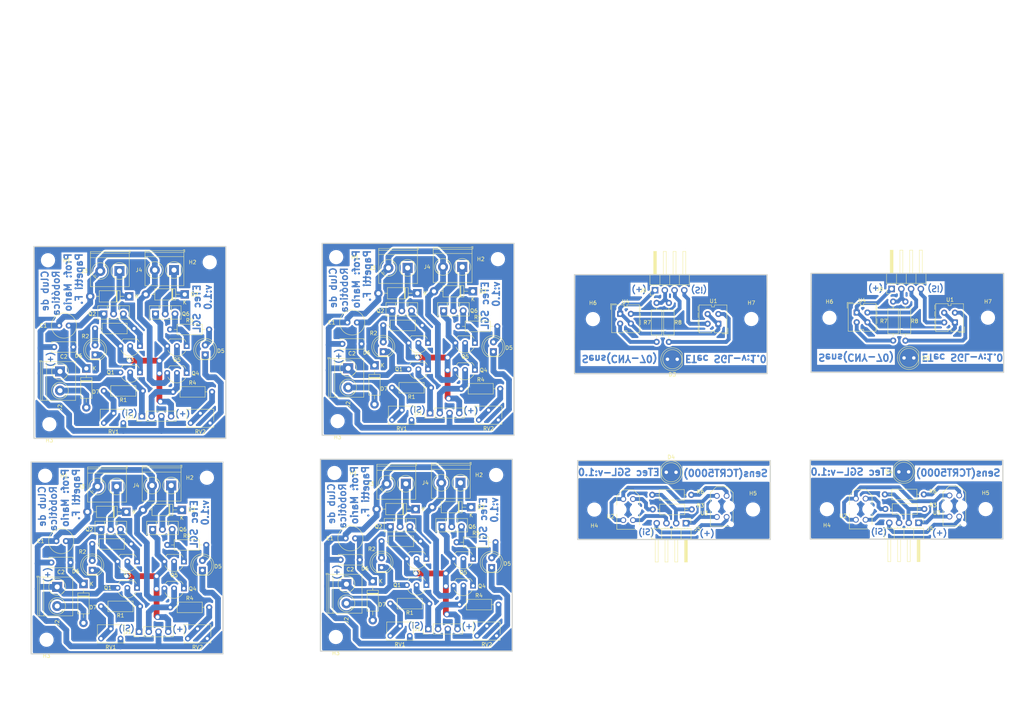
<source format=kicad_pcb>
(kicad_pcb (version 20221018) (generator pcbnew)
  (title_block (title "PCB Seguidor De Líneas Transistorizado (SGLT)") (date "2024-09-01") (rev "v:1.0") (company "Club de Róbotica e IoT (CRI), Colegio Técnico de la Universidad de Mendoza (ETec - UM )") (comment 1 "Se realizó placa de sensores CNY-70 y TCRT-5000, imprimir y elegir según corresponda") (comment 2 "NOTA: Se puede usar mecha de 1mm para todas las islas de la placa electrónica") (comment 3 "Comprar placa 10x10 cm y realizar cortes en 4 partes iguales para las medidas.") (comment 4 "IMPORTANTE: Las resistencias variables deben de ser Trimmers multivueltas de ese tamaño.") (comment 8 "Test_2: Verificar que las separaciones de los sensores de líneas coincidan.") (comment 9 "Test_1: Ver de si las áreas de cobres generan problemas con las señales o transitores."))
  (layers (0 "F.Cu" signal) (31 "B.Cu" signal) (34 "B.Paste" user) (35 "F.Paste" user) (36 "B.SilkS" user "B.Silkscreen") (37 "F.SilkS" user "F.Silkscreen") (38 "B.Mask" user) (39 "F.Mask" user) (44 "Edge.Cuts" user))
  (net 0 "")
  (net 1 "VCC")
  (net 2 "GNDREF")
  (net 3 "Net-(D1-K)")
  (net 4 "Net-(D2-K)")
  (net 5 "Sensor Derecho")
  (net 6 "Sensor Izquierdo")
  (net 7 "Net-(Q1-C)")
  (net 8 "Net-(Q2-B)")
  (net 9 "Net-(Q4-C)")
  (net 10 "Net-(Q5-C)")
  (net 11 "Net-(R1-Pad2)")
  (net 12 "Net-(R4-Pad2)")
  (net 13 "S(Der)TCRT")
  (net 14 "S(Izq)TCRT")
  (net 15 "S(Der)CNY")
  (net 16 "S(Izq)CNY")
  (net 17 "Net-(R3-Pad2)")
  (net 18 "Net-(R6-Pad2)")
  (net 19 "Net-(U4-K)")
  (net 20 "Net-(U1-K)")
  (net 21 "VCC2")
  (net 22 "GND2")
  (net 23 "VCC1")
  (net 24 "GND1")
  (net 25 "Net-(D3-A)")
  (net 26 "Net-(D4-A)")
  (net 27 "Net-(D5-A)")
  (net 28 "Net-(D6-A)")
  (net 29 "Net-(D7-A)")
  (footprint "MountingHole:MountingHole_3.2mm_M3" (layer "F.Cu") (at 170.2816 95.9485)
    (fp_text reference "H6")
    (fp_text value "MountingHole")
  )
  (footprint "Package_TO_SOT_THT:TO-92_Inline_Wide" (layer "F.Cu") (at 126.873 158.4198 180)
    (fp_text reference "Q3")
    (fp_text value "BC558")
  )
  (footprint "Diode_THT:D_DO-41_SOD81_P10.16mm_Horizontal" (layer "F.Cu") (at 124.5362 89.2048 180)
    (fp_text reference "D1" hide)
    (fp_text value "1N4007")
  )
  (footprint "Resistor_THT:R_Axial_DIN0207_L6.3mm_D2.5mm_P10.16mm_Horizontal" (layer "F.Cu") (at 60.8584 114.9096)
    (fp_text reference "R4")
    (fp_text value "470")
  )
  (footprint "LED_THT:LED_D5.0mm" (layer "F.Cu") (at 68.5038 161.417 90)
    (fp_text reference "D5")
    (fp_text value "LED (der)")
  )
  (footprint "Resistor_THT:R_Axial_DIN0207_L6.3mm_D2.5mm_P10.16mm_Horizontal" (layer "F.Cu") (at 135.9662 114.0968)
    (fp_text reference "R4")
    (fp_text value "470")
  )
  (footprint "MountingHole:MountingHole_3.2mm_M3" (layer "F.Cu") (at 272.6262 145.4627)
    (fp_text reference "H5")
    (fp_text value "MountingHole")
  )
  (footprint "Resistor_THT:R_Axial_DIN0207_L6.3mm_D2.5mm_P10.16mm_Horizontal" (layer "F.Cu") (at 251.7342 91.3975 -90)
    (fp_text reference "R8")
    (fp_text value "470")
  )
  (footprint "Resistor_THT:R_Axial_DIN0207_L6.3mm_D2.5mm_P10.16mm_Horizontal" (layer "F.Cu") (at 196.0346 145.5411 180)
    (fp_text reference "R3")
    (fp_text value "470")
  )
  (footprint "LED_THT:LED_D5.0mm" (layer "F.Cu") (at 143.891 160.7058 90)
    (fp_text reference "D5")
    (fp_text value "LED (der)")
  )
  (footprint "Package_TO_SOT_THT:TO-92_Inline_Wide" (layer "F.Cu") (at 127.3302 102.1588 180)
    (fp_text reference "Q3")
    (fp_text value "BC558")
  )
  (footprint "MountingHole:MountingHole_3.2mm_M3" (layer "F.Cu") (at 211.582 95.9231)
    (fp_text reference "H7")
    (fp_text value "MountingHole")
  )
  (footprint "Package_TO_SOT_THT:TO-92_Inline_Wide" (layer "F.Cu") (at 51.4858 159.131 180)
    (fp_text reference "Q3")
    (fp_text value "BC558")
  )
  (footprint "Package_TO_SOT_THT:TO-92_Inline_Wide" (layer "F.Cu") (at 63.6778 166.137 180)
    (fp_text reference "Q4")
    (fp_text value "BC548")
  )
  (footprint "LED_THT:LED_D5.0mm" (layer "F.Cu") (at 40.5384 105.2576 90)
    (fp_text reference "D6")
    (fp_text value "LED (izq)")
  )
  (footprint "Capacitor_THT:C_Radial_D6.3mm_H11.0mm_P2.50mm" (layer "F.Cu") (at 33.6804 97.6376 180)
    (fp_text reference "C1")
    (fp_text value "100uF")
  )
  (footprint "OptoDevice:Vishay_CNY70" (layer "F.Cu") (at 177.381 94.5825)
    (fp_text reference "U4")
    (fp_text value "CNY70")
  )
  (footprint "Diode_THT:D_DO-41_SOD81_P10.16mm_Horizontal" (layer "F.Cu") (at 48.6918 146.177 180)
    (fp_text reference "D1" hide)
    (fp_text value "1N4007")
  )
  (footprint "TerminalBlock_Phoenix:TerminalBlock_Phoenix_PT-1,5-2-5.0-H_1x02_P5.00mm_Horizontal" (layer "F.Cu") (at 46.1518 139.573 180)
    (fp_text reference "J3")
    (fp_text value "MotorIzquierdo")
  )
  (footprint "Resistor_THT:R_Axial_DIN0207_L6.3mm_D2.5mm_P10.16mm_Horizontal" (layer "F.Cu") (at 49.9618 154.559 180)
    (fp_text reference "R2")
    (fp_text value "2.2k")
  )
  (footprint "MountingHole:MountingHole_3.2mm_M3" (layer "F.Cu") (at 70.4134 81.1316)
    (fp_text reference "H2")
    (fp_text value "MountingHole")
  )
  (footprint "Potentiometer_THT:Potentiometer_Bourns_3266W_Vertical" (layer "F.Cu") (at 117.9322 122.2248 180)
    (fp_text reference "RV1")
    (fp_text value "10k (izq)")
  )
  (footprint "OptoDevice:Vishay_CNY70" (layer "F.Cu") (at 239.0342 94.2375)
    (fp_text reference "U4")
    (fp_text value "CNY70")
  )
  (footprint "LED_THT:LED_D5.0mm_Clear" (layer "F.Cu") (at 189.4036 135.8661)
    (fp_text reference "D4")
    (fp_text value "apoyo")
  )
  (footprint "MountingHole:MountingHole_3.2mm_M3" (layer "F.Cu") (at 273.2352 95.5781)
    (fp_text reference "H7")
    (fp_text value "MountingHole")
  )
  (footprint "LED_THT:LED_D5.0mm" (layer "F.Cu") (at 69.2404 105.2576 90)
    (fp_text reference "D5")
    (fp_text value "LED (der)")
  )
  (footprint "MountingHole:MountingHole_3.2mm_M3" (layer "F.Cu") (at 103.3712 79.7938)
    (fp_text reference "H1")
    (fp_text value "MountingHole")
  )
  (footprint "Resistor_THT:R_Axial_DIN0207_L6.3mm_D2.5mm_P10.16mm_Horizontal" (layer "F.Cu") (at 125.8062 97.5868 180)
    (fp_text reference "R2")
    (fp_text value "2.2k")
  )
  (footprint "OptoDevice:Vishay_CNY70" (layer "F.Cu") (at 202.981 97.1625 180)
    (fp_text reference "U1")
    (fp_text value "CNY70")
  )
  (footprint "Diode_THT:D_DO-41_SOD81_P10.16mm_Horizontal" (layer "F.Cu") (at 49.4284 90.0176 180)
    (fp_text reference "D1" hide)
    (fp_text value "1N4007")
  )
  (footprint "Package_TO_SOT_THT:TO-92_Inline_Wide" (layer "F.Cu") (at 64.4144 109.9776 180)
    (fp_text reference "Q4")
    (fp_text value "BC548")
  )
  (footprint "Diode_THT:D_DO-41_SOD81_P10.16mm_Horizontal" (layer "F.Cu") (at 112.903 164.2618 -90)
    (fp_text reference "D7")
    (fp_text value "1N4007")
  )
  (footprint "LED_THT:LED_D5.0mm" (layer "F.Cu") (at 250.0202 135.7627)
    (fp_text reference "D4")
    (fp_text value "apoyo")
  )
  (footprint "Package_TO_SOT_THT:TO-92_Inline_Wide" (layer "F.Cu") (at 63.6778 159.131 180)
    (fp_text reference "Q5")
    (fp_text value "BC558")
  )
  (footprint "Resistor_THT:R_Axial_DIN0207_L6.3mm_D2.5mm_P10.16mm_Horizontal" (layer "F.Cu") (at 135.2042 97.8408)
    (fp_text reference "R5")
    (fp_text value "2.2k")
  )
  (footprint "Resistor_THT:R_Axial_DIN0207_L6.3mm_D2.5mm_P10.16mm_Horizontal" (layer "F.Cu") (at 60.1218 171.069)
    (fp_text reference "R4")
    (fp_text value "470")
  )
  (footprint "MountingHole:MountingHole_3.2mm_M3" (layer "F.Cu") (at 102.914 136.0548)
    (fp_text reference "H1")
    (fp_text value "MountingHole")
  )
  (footprint "Potentiometer_THT:Potentiometer_Bourns_3266W_Vertical" (layer "F.Cu") (at 42.8244 123.0376 180)
    (fp_text reference "RV1")
    (fp_text value "10k (izq)")
  )
  (footprint "Package_TO_SOT_THT:TO-126-3_Vertical" (layer "F.Cu") (at 42.8244 94.5896)
    (fp_text reference "Q2")
    (fp_text value "BD140")
  )
  (footprint "Diode_THT:D_DO-41_SOD81_P10.16mm_Horizontal" (layer "F.Cu") (at 138.557 144.9578 180)
    (fp_text reference "D2")
    (fp_text value "1N4007")
  )
  (footprint "Resistor_THT:R_Axial_DIN0207_L6.3mm_D2.5mm_P10.16mm_Horizontal" (layer "F.Cu") (at 127.635 170.1038 180)
    (fp_text reference "R1")
    (fp_text value "470")
  )
  (footprint "Package_TO_SOT_THT:TO-126-3_Vertical" (layer "F.Cu") (at 131.3942 93.7768)
    (fp_text reference "Q6")
    (fp_text value "BD140")
  )
  (footprint "Package_TO_SOT_THT:TO-92_Inline_Wide" (layer "F.Cu") (at 126.873 165.2778 180)
    (fp_text reference "Q1")
    (fp_text value "BC548")
  )
  (footprint "LED_THT:LED_D5.0mm" (layer "F.Cu") (at 253.9112 106.0685 180)
    (fp_text reference "D3")
    (fp_text value "apoyo")
  )
  (footprint "Capacitor_THT:C_Disc_D6.0mm_W2.5mm_P5.00mm" (layer "F.Cu") (at 109.521 158.6738 180)
    (fp_text reference "C2")
    (fp_text value "103")
  )
  (footprint "Package_TO_SOT_THT:TO-126-3_Vertical" (layer "F.Cu") (at 117.9322 93.7768)
    (fp_text reference "Q2")
    (fp_text value "BD140")
  )
  (footprint "MountingHole:MountingHole_3.2mm_M3" (layer "F.Cu") (at 145.5212 80.3188)
    (fp_text reference "H2")
    (fp_text value "MountingHole")
  )
  (footprint "Capacitor_THT:C_Radial_D6.3mm_H11.0mm_P2.50mm" (layer "F.Cu") (at 108.7882 96.8248 180)
    (fp_text reference "C1")
    (fp_text value "100uF")
  )
  (footprint "Diode_THT:D_DO-41_SOD81_P10.16mm_Horizontal" (layer "F.Cu") (at 124.079 145.4658 180)
    (fp_text reference "D1" hide)
    (fp_text value "1N4007")
  )
  (footprint "Diode_THT:D_DO-41_SOD81_P10.16mm_Horizontal" (layer "F.Cu") (at 38.2524 108.8136 -90)
    (fp_text reference "D7")
    (fp_text value "1N4007")
  )
  (footprint "tcrt5000:tcrt5000" (layer "F.Cu") (at 203.8646 144.7661 90)
    (fp_text reference "U3")
    (fp_text value "TCRT5000")
  )
  (footprint "MountingHole:MountingHole_3.2mm_M3" (layer "F.Cu") (at 69.6768 137.291)
    (fp_text reference "H2")
    (fp_text value "MountingHole")
  )
  (footprint "Resistor_THT:R_Axial_DIN0207_L6.3mm_D2.5mm_P10.16mm_Horizontal" (layer "F.Cu") (at 256.6512 145.4377 180)
    (fp_text reference "R3")
    (fp_text value "470")
  )
  (footprint "tcrt5000:tcrt5000" (layer "F.Cu") (at 240.0812 145.4877 90)
    (fp_text reference "U2")
    (fp_text value "TCRT5000")
  )
  (footprint "MountingHole:MountingHole_3.2mm_M3" (layer "F.Cu") (at 27.5268 136.766)
    (fp_text reference "H1")
    (fp_text value "MountingHole")
  )
  (footprint "Capacitor_THT:C_Disc_D6.0mm_W2.5mm_P5.00mm" (layer "F.Cu") (at 34.8704 103.2256 180)
    (fp_text reference "C2")
    (fp_text value "103")
  )
  (footprint "Connector_PinHeader_2.54mm:PinHeader_1x04_P2.54mm_Vertical" (layer "F.Cu") (at 127.8382 120.4468 90)
    (fp_text reference "J1")
    (fp_text value "Conector de sensores")
  )
  (footprint "Resistor_THT:R_Axial_DIN0207_L6.3mm_D2.5mm_P10.16mm_Horizontal" (layer "F.Cu") (at 60.0964 98.6536)
    (fp_text reference "R5")
    (fp_text value "2.2k")
  )
  (footprint "Resistor_THT:R_Axial_DIN0207_L6.3mm_D2.5mm_P10.16mm_Horizontal" (layer "F.Cu") (at 246.3712 141.6377)
    (fp_text reference "R6")
    (fp_text value "470")
  )
  (footprint "Package_TO_SOT_THT:TO-92_Inline_Wide" (layer "F.Cu") (at 139.065 165.4258 180)
    (fp_text reference "Q4")
    (fp_text value "BC548")
  )
  (footprint "Package_TO_SOT_THT:TO-92_Inline_Wide" (layer "F.Cu") (at 139.5222 109.1648 180)
    (fp_text reference "Q4")
    (fp_text value "BC548")
  )
  (footprint "Capacitor_THT:C_Radial_D6.3mm_H11.0mm_P2.50mm" (layer "F.Cu") (at 108.331 153.0858 180)
    (fp_text reference "C1")
    (fp_text value "100uF")
  )
  (footprint "LED_THT:LED_D5.0mm" (layer "F.Cu") (at 115.6462 104.4448 90)
    (fp_text reference "D6")
    (fp_text value "LED (izq)")
  )
  (footprint "Package_TO_SOT_THT:TO-126-3_Vertical" (layer "F.Cu") (at 42.0878 150.749)
    (fp_text reference "Q2")
    (fp_text value "BD140")
  )
  (footprint "MountingHole:MountingHole_3.2mm_M3" (layer "F.Cu") (at 28.6266 123.3486 180)
    (fp_text reference "H3")
    (fp_text value "MountingHole")
  )
  (footprint "Potentiometer_THT:Potentiometer_Bourns_3266W_Vertical" (layer "F.Cu") (at 64.6938 179.197 180)
    (fp_text reference "RV2")
    (fp_text value "10k (der)")
  )
  (footprint "Resistor_THT:R_Axial_DIN0207_L6.3mm_D2.5mm_P10.16mm_Horizontal" (layer "F.Cu") (at 59.3598 154.813)
    (fp_text reference "R5")
    (fp_text value "2.2k")
  )
  (footprint "Connector_PinHeader_2.54mm:PinHeader_1x04_P2.54mm_Horizontal" (layer "F.Cu") (at 186.481 88.4225 90)
    (fp_text reference "J6")
    (fp_text value "Conector de sensores")
  )
  (footprint "MountingHole:MountingHole_3.2mm_M3" (layer "F.Cu") (at 231.2696 145.4899 180)
    (fp_text reference "H4")
    (fp_text value "MountingHole")
  )
  (footprint "Package_TO_SOT_THT:TO-92_Inline_Wide" (layer "F.Cu") (at 127.3302 109.0168 180)
    (fp_text reference "Q1")
    (fp_text value "BC548")
  )
  (footprint "Diode_THT:D_DO-41_SOD81_P10.16mm_Horizontal" (layer "F.Cu") (at 113.3602 108.0008 -90)
    (fp_text reference "D7")
    (fp_text value "1N4007")
  )
  (footprint "Connector_PinHeader_2.54mm:PinHeader_1x04_P2.54mm_Horizontal" (layer "F.Cu") (at 194.5346 149.1411 -90)
    (fp_text reference "J5")
    (fp_text value "Conector de sensores")
  )
  (footprint "tcrt5000:tcrt5000" (layer "F.Cu") (at 179.4646 145.5911 90)
    (fp_text reference "U2")
    (fp_text value "TCRT5000")
  )
  (footprint "OptoDevice:Vishay_CNY70" (layer "F.Cu") (at 264.6342 96.8175 180)
    (fp_text reference "U1")
    (fp_text value "CNY70")
  )
  (footprint "TerminalBlock_Phoenix:TerminalBlock_Phoenix_PT-1,5-2-5.0-H_1x02_P5.00mm_Horizontal" (layer "F.Cu") (at 106.5022 108.7628 -90)
    (fp_text reference "J2")
    (fp_text value "Conector de Batería")
  )
  (footprint "TerminalBlock_Phoenix:TerminalBlock_Phoenix_PT-1,5-2-5.0-H_1x02_P5.00mm_Horizontal" (layer "F.Cu") (at 61.1124 83.1596 180)
    (fp_text reference "J4")
    (fp_text value "MotorDerecho")
  )
  (footprint "Diode_THT:D_DO-41_SOD81_P10.16mm_Horizontal" (layer "F.Cu") (at 139.0142 88.6968 180)
    (fp_text reference "D2")
    (fp_text value "1N4007")
  )
  (footprint "Resistor_THT:R_Axial_DIN0207_L6.3mm_D2.5mm_P10.16mm_Horizontal" (layer "F.Cu") (at 135.509 170.3578)
    (fp_text reference "R4")
    (fp_text value "470")
  )
  (footprint "Potentiometer_THT:Potentiometer_Bourns_3266W_Vertical" (layer "F.Cu") (at 117.475 178.4858 180)
    (fp_text reference "RV1")
    (fp_text value "10k (izq)")
  )
  (footprint "Package_TO_SOT_THT:TO-126-3_Vertical" (layer "F.Cu") (at 56.2864 94.5896)
    (fp_text reference "Q6")
    (fp_text value "BD140")
  )
  (footprint "MountingHole:MountingHole_3.2mm_M3" (layer "F.Cu") (at 212.0096 145.5661)
    (fp_text reference "H5")
    (fp_text value "MountingHole")
  )
  (footprint "Capacitor_THT:C_Disc_D6.0mm_W2.5mm_P5.00mm" (layer "F.Cu") (at 34.1338 159.385 180)
    (fp_text reference "C2")
    (fp_text value "103")
  )
  (footprint "TerminalBlock_Phoenix:TerminalBlock_Phoenix_PT-1,5-2-5.0-H_1x02_P5.00mm_Horizontal" (layer "F.Cu") (at 60.3758 139.319 180)
    (fp_text reference "J4")
    (fp_text value "MotorDerecho")
  )
  (footprint "Connector_PinHeader_2.54mm:PinHeader_1x04_P2.54mm_Horizontal" (layer "F.Cu") (at 248.1342 88.0775 90)
    (fp_text reference "J6")
    (fp_text value "Conector de sensores")
  )
  (footprint "Capacitor_THT:C_Radial_D6.3mm_H11.0mm_P2.50mm" (layer "F.Cu") (at 32.9438 153.797 180)
    (fp_text reference "C1")
    (fp_text value "100uF")
  )
  (footprint "Potentiometer_THT:Potentiometer_Bourns_3266W_Vertical" (layer "F.Cu") (at 140.5382 122.2248 180)
    (fp_text reference "RV2")
    (fp_text value "10k (der)")
  )
  (footprint "MountingHole:MountingHole_3.2mm_M3" (layer "F.Cu") (at 145.064 136.5798)
    (fp_text reference "H2")
    (fp_text value "MountingHole")
  )
  (footprint "TerminalBlock_Phoenix:TerminalBlock_Phoenix_PT-1,5-2-5.0-H_1x02_P5.00mm_Horizontal" (layer "F.Cu") (at 30.6578 165.735 -90)
    (fp_text reference "J2")
    (fp_text value "Conector de Batería")
  )
  (footprint "Package_TO_SOT_THT:TO-92_Inline_Wide" (layer "F.Cu") (at 139.5222 102.1588 180)
    (fp_text reference "Q5")
    (fp_text value "BC558")
  )
  (footprint "TerminalBlock_Phoenix:TerminalBlock_Phoenix_PT-1,5-2-5.0-H_1x02_P5.00mm_Horizontal" (layer "F.Cu") (at 121.9962 82.6008 180)
    (fp_text reference "J3")
    (fp_text value "MotorIzquierdo")
  )
  (footprint "TerminalBlock_Phoenix:TerminalBlock_Phoenix_PT-1,5-2-5.0-H_1x02_P5.00mm_Horizontal" (layer "F.Cu") (at 136.2202 82.3468 180)
    (fp_text reference "J4")
    (fp_text value "MotorDerecho")
  )
  (footprint "Potentiometer_THT:Potentiometer_Bourns_3266W_Vertical" (layer "F.Cu") (at 65.4304 123.0376 180)
    (fp_text reference "RV2")
    (fp_text value "10k (der)")
  )
  (footprint "TerminalBlock_Phoenix:TerminalBlock_Phoenix_PT-1,5-2-5.0-H_1x02_P5.00mm_Horizontal" (layer "F.Cu") (at 121.539 138.8618 180)
    (fp_text reference "J3")
    (fp_text value "MotorIzquierdo")
  )
  (footprint "Resistor_THT:R_Axial_DIN0207_L6.3mm_D2.5mm_P10.16mm_Horizontal" (layer "F.Cu") (at 190.081 91.7425 -90)
    (fp_text reference "R8")
    (fp_text value "470")
  )
  (footprint "Package_TO_SOT_THT:TO-126-3_Vertical" (layer "F.Cu") (at 130.937 150.0378)
    (fp_text reference "Q6")
    (fp_text value "BD140")
  )
  (footprint "Resistor_THT:R_Axial_DIN0207_L6.3mm_D2.5mm_P10.16mm_Horizontal" (layer "F.Cu") (at 134.747 154.1018)
    (fp_text reference "R5")
    (fp_text value "2.2k")
  )
  (footprint "MountingHole:MountingHole_3.2mm_M3" (layer "F.Cu") (at 103.2772 178.7968 180)
    (fp_text reference "H3")
    (fp_text value "MountingHole")
  )
  (footprint "Diode_THT:D_DO-41_SOD81_P10.16mm_Horizontal" (layer "F.Cu") (at 37.5158 164.973 -90)
    (fp_text reference "D7")
    (fp_text value "1N4007")
  )
  (footprint "Connector_PinHeader_2.54mm:PinHeader_1x04_P2.54mm_Horizontal" (layer "F.Cu") (at 255.1512 149.0377 -90)
    (fp_text reference "J5")
    (fp_text value "Conector de sensores")
  )
  (footprint "TerminalBlock_Phoenix:TerminalBlock_Phoenix_PT-1,5-2-5.0-H_1x02_P5.00mm_Horizontal" (layer "F.Cu") (at 46.8884 83.4136 180)
    (fp_text reference "J3")
    (fp_text value "MotorIzquierdo")
  )
  (footprint "Resistor_THT:R_Axial_DIN0207_L6.3mm_D2.5mm_P10.16mm_Horizontal" (layer "F.Cu") (at 52.2478 170.815 180)
    (fp_text reference "R1")
    (fp_text value "470")
  )
  (footprint "LED_THT:LED_D5.0mm" (layer "F.Cu") (at 144.3482 104.4448 90)
    (fp_text reference "D5")
    (fp_text value "LED (der)")
  )
  (footprint "TerminalBlock_Phoenix:TerminalBlock_Phoenix_PT-1,5-2-5.0-H_1x02_P5.00mm_Horizontal" (layer "F.Cu") (at 106.045 165.0238 -90)
    (fp_text reference "J2")
    (fp_text value "Conector de Batería")
  )
  (footprint "Resistor_THT:R_Axial_DIN0207_L6.3mm_D2.5mm_P10.16mm_Horizontal" (layer "F.Cu") (at 50.6984 98.3996 180)
    (fp_text reference "R2")
    (fp_text value "2.2k")
  )
  (footprint "TerminalBlock_Phoenix:TerminalBlock_Phoenix_PT-1,5-2-5.0-H_1x02_P5.00mm_Horizontal" (layer "F.Cu") (at 135.763 138.6078 180)
    (fp_text reference "J4")
    (fp_text value "MotorDerecho")
  )
  (footprint "Package_TO_SOT_THT:TO-92_Inline_Wide" (layer "F.Cu") (at 139.065 158.4198 180)
    (fp_text reference "Q5")
    (fp_text value "BC558")
  )
  (footprint "Diode_THT:D_DO-41_SOD81_P10.16mm_Horizontal" (layer "F.Cu") (at 63.1698 145.669 180)
    (fp_text reference "D2")
    (fp_text value "1N4007")
  )
  (footprint "Diode_THT:D_DO-41_SOD81_P10.16mm_Horizontal" (layer "F.Cu") (at 63.9064 89.5096 180)
    (fp_text reference "D2")
    (fp_text value "1N4007")
  )
  (footprint "Resistor_THT:R_Axial_DIN0207_L6.3mm_D2.5mm_P10.16mm_Horizontal" (layer "F.Cu") (at 125.349 153.8478 180)
    (fp_text reference "R2")
    (fp_text value "2.2k")
  )
  (footprint "TerminalBlock_Phoenix:TerminalBlock_Phoenix_PT-1,5-2-5.0-H_1x02_P5.00mm_Horizontal" (layer "F.Cu") (at 31.3944 109.5756 -90)
    (fp_text reference "J2")
    (fp_text value "Conector de Batería")
  )
  (footprint "Package_TO_SOT_THT:TO-92_Inline_Wide" (layer "F.Cu") (at 52.2224 102.9716 180)
    (fp_text reference "Q3")
    (fp_text value "BC558")
  )
  (footprint "Potentiometer_THT:Potentiometer_Bourns_3266W_Vertical" (layer "F.Cu") (at 42.0878 179.197 180)
    (fp_text reference "RV1")
    (fp_text value "10k (izq)")
  )
  (footprint "LED_THT:LED_D5.0mm" (layer "F.Cu") (at 39.8018 161.417 90)
    (fp_text reference "D6")
    (fp_text value "LED (izq)")
  )
  (footprint "Potentiometer_THT:Potentiometer_Bourns_3266W_Vertical" (layer "F.Cu") (at 140.081 178.4858 180)
    (fp_text reference "RV2")
    (fp_text value "10k (der)")
  )
  (footprint "MountingHole:MountingHole_3.2mm_M3" (layer "F.Cu") (at 28.2634 80.6066)
    (fp_text reference "H1")
    (fp_text value "MountingHole")
  )
  (footprint "Resistor_THT:R_Axial_DIN0207_L6.3mm_D2.5mm_P10.16mm_Horizontal" (layer "F.Cu") (at 185.7546 141.7411)
    (fp_text reference "R6")
    (fp_text value "470")
  )
  (footprint "Resistor_THT:R_Axial_DIN0207_L6.3mm_D2.5mm_P10.16mm_Horizontal" (layer "F.Cu") (at 52.9844 114.6556 180)
    (fp_text reference "R1")
    (fp_text value "470")
  )
  (footprint "Connector_PinHeader_2.54mm:PinHeader_1x04_P2.54mm_Vertical" (layer "F.Cu") (at 51.9938 177.419 90)
    (fp_text reference "J1")
    (fp_text value "Conector de sensores")
  )
  (footprint "MountingHole:MountingHole_3.2mm_M3" (layer "F.Cu") (at 170.653 145.5933 180)
    (fp_text reference "H4")
    (fp_text value "MountingHole")
  )
  (footprint "Package_TO_SOT_THT:TO-92_Inline_Wide" (layer "F.Cu") (at 52.2224 109.8296 180)
    (fp_text reference "Q1")
    (fp_text value "BC548")
  )
  (footprint "Package_TO_SOT_THT:TO-126-3_Vertical" (layer "F.Cu") (at 117.475 150.0378)
    (fp_text reference "Q2")
    (fp_text value "BD140")
  )
  (footprint "Connector_PinHeader_2.54mm:PinHeader_1x04_P2.54mm_Vertical" (layer "F.Cu") (at 52.7304 121.2596 90)
    (fp_text reference "J1")
    (fp_text value "Conector de sensores")
  )
  (footprint "MountingHole:MountingHole_3.2mm_M3" (layer "F.Cu") (at 103.7344 122.5358 180)
    (fp_text reference "H3")
    (fp_text value "MountingHole")
  )
  (footprint "Package_TO_SOT_THT:TO-92_Inline_Wide" (layer "F.Cu") (at 51.4858 165.989 180)
    (fp_text reference "Q1")
    (fp_text value "BC548")
  )
  (footprint "Resistor_THT:R_Axial_DIN0207_L6.3mm_D2.5mm_P10.16mm_Horizontal" (layer "F.Cu") (at 128.0922 113.8428 180)
    (fp_text reference "R1")
    (fp_text value "470")
  )
  (footprint "Connector_PinHeader_2.54mm:PinHeader_1x04_P2.54mm_Vertical" (layer "F.Cu") (at 127.381 176.7078 90)
    (fp_text reference "J1")
    (fp_text value "Conector de sensores")
  )
  (footprint "Package_TO_SOT_THT:TO-92_Inline_Wide" (layer "F.Cu") (at 64.4144 102.9716 180)
    (fp_text reference "Q5")
    (fp_text value "BC558")
  )
  (footprint "LED_THT:LED_D5.0mm" (layer "F.Cu") (at 115.189 160.7058 90)
    (fp_text reference "D6")
    (fp_text value "LED (izq)")
  )
  (footprint "MountingHole:MountingHole_3.2mm_M3" (layer "F.Cu") (at 27.89 179.508 180)
    (fp_text reference "H3")
    (fp_text value "MountingHole")
  )
  (footprint "Capacitor_THT:C_Disc_D6.0mm_W2.5mm_P5.00mm" (layer "F.Cu") (at 109.9782 102.4128 180)
    (fp_text reference "C2")
    (fp_text value "103")
  )
  (footprint "Resistor_THT:R_Axial_DIN0207_L6.3mm_D2.5mm_P10.16mm_Horizontal" (layer "F.Cu") (at 248.5342 91.3775 -90)
    (fp_text reference "R7")
    (fp_text value "470")
  )
  (footprint "Package_TO_SOT_THT:TO-126-3_Vertical" (layer "F.Cu") (at 55.5498 150.749)
    (fp_text reference "Q6")
    (fp_text value "BD140")
  )
  (footprint "tcrt5000:tcrt5000" (layer "F.Cu") (at 264.4812 144.6627 90)
    (fp_text reference "U3")
    (fp_text value "TCRT5000")
  )
  (footprint "LED_THT:LED_D5.0mm_Clear" (layer "F.Cu") (at 192.258 106.4135 180)
    (fp_text reference "D3")
    (fp_text value "apoyo")
  )
  (footprint "Resistor_THT:R_Axial_DIN0207_L6.3mm_D2.5mm_P10.16mm_Horizontal" (layer "F.Cu") (at 186.881 91.7225 -90)
    (fp_text reference "R7")
    (fp_text value "470")
  )
  (footprint "MountingHole:MountingHole_3.2mm_M3" (layer "F.Cu") (at 231.9348 95.6035)
    (fp_text reference "H6")
    (fp_text value "MountingHole")
  )
  (gr_rect (start 226.9262 132.7127) (end 277.1262 153.2877) (stroke (width 0.3)) (fill none) (layer "Edge.Cuts"))
  (gr_rect (start 99.264 132.4798) (end 149.264 182.4798) (stroke (width 0.3)) (fill none) (layer "Edge.Cuts"))
  (gr_rect (start 227.1342 84.0275) (end 277.3342 109.8275) (stroke (width 0.3)) (fill none) (layer "Edge.Cuts"))
  (gr_rect (start 215.681 110.1725) (end 165.481 84.3725) (stroke (width 0.3)) (fill none) (layer "Edge.Cuts"))
  (gr_rect (start 24.6134 77.0316) (end 74.6134 127.0316) (stroke (width 0.3)) (fill none) (layer "Edge.Cuts"))
  (gr_rect (start 99.7212 76.2188) (end 149.7212 126.2188) (stroke (width 0.3)) (fill none) (layer "Edge.Cuts"))
  (gr_rect (start 166.3096 132.8161) (end 216.5096 153.3911) (stroke (width 0.3)) (fill none) (layer "Edge.Cuts"))
  (gr_rect (start 23.8768 133.191) (end 73.8768 183.191) (stroke (width 0.3)) (fill none) (layer "Edge.Cuts"))
  (gr_text "ETec SGL-v:1.0\n" (at 194.079 105.2045 180) (layer "B.Cu") (effects (font (size 1.8 1.8) (thickness 0.4) bold) (justify left bottom mirror)))
  (gr_text "(+)" (at 262.7656 152.4749) (layer "B.Cu") (effects (font (size 1.5 1.5) (thickness 0.3) bold) (justify left bottom mirror)))
  (gr_text "ETec SGL\nv:1.0\n" (at 70.2818 142.875 90) (layer "B.Cu") (effects (font (size 1.8 1.8) (thickness 0.4) bold) (justify left bottom mirror)))
  (gr_text "(+)" (at 140.5898 120.58) (layer "B.Cu") (effects (font (size 1.5 1.5) (thickness 0.3) bold) (justify left bottom mirror)))
  (gr_text "Prof: Mario \nPapetti F." (at 37.415 78.5684 90) (layer "B.Cu") (effects (font (size 1.8 1.8) (thickness 0.4) bold) (justify left bottom mirror)))
  (gr_text "(Si)" (at 126.3912 176.714) (layer "B.Cu") (effects (font (size 1.5 1.5) (thickness 0.3) bold) (justify left bottom mirror)))
  (gr_text "Sens(CNY-70)" (at 228.8082 104.8595 180) (layer "B.Cu") (effects (font (size 1.8 1.8) (thickness 0.4) bold) (justify left bottom mirror)))
  (gr_text "Sens(CNY-70)" (at 167.155 105.2045 180) (layer "B.Cu") (effects (font (size 1.8 1.8) (thickness 0.4) bold) (justify left bottom mirror)))
  (gr_text "(+)" (at 184.4294 88.9889) (layer "B.Cu") (effects (font (size 1.5 1.5) (thickness 0.3) bold) (justify left bottom mirror)))
  (gr_text "ETec SGL-v:1.0\n" (at 248.4962 136.8267) (layer "B.Cu") (effects (font (size 1.8 1.8) (thickness 0.4) bold) (justify left bottom mirror)))
  (gr_text "Sens(TCRT5000)" (at 276.6902 137.0807) (layer "B.Cu") (effects (font (size 1.8 1.8) (thickness 0.4) bold) (justify left bottom mirror)))
  (gr_text "(+)" (at 28.9568 160.458 90) (layer "B.Cu") (effects (font (size 1.5 1.5) (thickness 0.3) bold) (justify left bottom mirror)))
  (gr_text "(+)" (at 246.0826 88.6439) (layer "B.Cu") (effects (font (size 1.5 1.5) (thickness 0.3) bold) (justify left bottom mirror)))
  (gr_text "Prof: Mario \nPapetti F." (at 36.6784 134.7278 90) (layer "B.Cu") (effects (font (size 1.8 1.8) (thickness 0.4) bold) (justify left bottom mirror)))
  (gr_text "(+)" (at 104.344 159.7468 90) (layer "B.Cu") (effects (font (size 1.5 1.5) (thickness 0.3) bold) (justify left bottom mirror)))
  (gr_text "(+)" (at 64.7454 177.5522) (layer "B.Cu") (effects (font (size 1.5 1.5) (thickness 0.3) bold) (justify left bottom mirror)))
  (gr_text "Club de \nRobótica" (at 31.4206 83.115 90) (layer "B.Cu") (effects (font (size 1.8 1.8) (thickness 0.35) bold) (justify left bottom mirror)))
  (gr_text "Prof: Mario \nPapetti F." (at 112.0656 134.0166 90) (layer "B.Cu") (effects (font (size 1.8 1.8) (thickness 0.4) bold) (justify left bottom mirror)))
  (gr_text "ETec SGL\nv:1.0\n" (at 145.669 142.1638 90) (layer "B.Cu") (effects (font (size 1.8 1.8) (thickness 0.4) bold) (justify left bottom mirror)))
  (gr_text "(+)" (at 202.149 152.5783) (layer "B.Cu") (effects (font (size 1.5 1.5) (thickness 0.3) bold) (justify left bottom mirror)))
  (gr_text "ETec SGL\nv:1.0\n" (at 71.0184 86.7156 90) (layer "B.Cu") (effects (font (size 1.8 1.8) (thickness 0.4) bold) (justify left bottom mirror)))
  (gr_text "Club de \nRobótica" (at 30.684 139.2744 90) (layer "B.Cu") (effects (font (size 1.8 1.8) (thickness 0.35) bold) (justify left bottom mirror)))
  (gr_text "(+)" (at 104.8012 103.4858 90) (layer "B.Cu") (effects (font (size 1.5 1.5) (thickness 0.3) bold) (justify left bottom mirror)))
  (gr_text "Sens(TCRT5000)" (at 216.0736 137.1841) (layer "B.Cu") (effects (font (size 1.8 1.8) (thickness 0.4) bold) (justify left bottom mirror)))
  (gr_text "(+)" (at 140.1326 176.841) (layer "B.Cu") (effects (font (size 1.5 1.5) (thickness 0.3) bold) (justify left bottom mirror)))
  (gr_text "(Si)" (at 195.6562 87.4395 180) (layer "B.Cu") (effects (font (size 1.5 1.5) (thickness 0.3) bold) (justify left bottom mirror)))
  (gr_text "ETec SGL-v:1.0\n" (at 187.8796 136.9301) (layer "B.Cu") (effects (font (size 1.8 1.8) (thickness 0.4) bold) (justify left bottom mirror)))
  (gr_text "(Si)" (at 51.7406 121.2658) (layer "B.Cu") (effects (font (size 1.5 1.5) (thickness 0.3) bold) (justify left bottom mirror)))
  (gr_text "Prof: Mario \nPapetti F." (at 112.5228 77.7556 90) (layer "B.Cu") (effects (font (size 1.8 1.8) (thickness 0.4) bold) (justify left bottom mirror)))
  (gr_text "(Si)" (at 186.4772 152.3243) (layer "B.Cu") (effects (font (size 1.5 1.5) (thickness 0.3) bold) (justify left bottom mirror)))
  (gr_text "(+)" (at 29.6934 104.2986 90) (layer "B.Cu") (effects (font (size 1.5 1.5) (thickness 0.3) bold) (justify left bottom mirror)))
  (gr_text "ETec SGL\nv:1.0\n" (at 146.1262 85.9028 90) (layer "B.Cu") (effects (font (size 1.8 1.8) (thickness 0.4) bold) (justify left bottom mirror)))
  (gr_text "Club de \nRobótica" (at 106.5284 82.3022 90) (layer "B.Cu") (effects (font (size 1.8 1.8) (thickness 0.35) bold) (justify left bottom mirror)))
  (gr_text "(Si)" (at 51.004 177.4252) (layer "B.Cu") (effects (font (size 1.5 1.5) (thickness 0.3) bold) (justify left bottom mirror)))
  (gr_text "(Si)" (at 126.8484 120.453) (layer "B.Cu") (effects (font (size 1.5 1.5) (thickness 0.3) bold) (justify left bottom mirror)))
  (gr_text "(Si)" (at 247.0938 152.2209) (layer "B.Cu") (effects (font (size 1.5 1.5) (thickness 0.3) bold) (justify left bottom mirror)))
  (gr_text "ETec SGL-v:1.0\n" (at 255.7322 104.8595 180) (layer "B.Cu") (effects (font (size 1.8 1.8) (thickness 0.4) bold) (justify left bottom mirror)))
  (gr_text "Club de \nRobótica" (at 106.0712 138.5632 90) (layer "B.Cu") (effects (font (size 1.8 1.8) (thickness 0.35) bold) (justify left bottom mirror)))
  (gr_text "(Si)" (at 257.3094 87.0945 180) (layer "B.Cu") (effects (font (size 1.5 1.5) (thickness 0.3) bold) (justify left bottom mirror)))
  (gr_text "(+)" (at 65.482 121.3928) (layer "B.Cu") (effects (font (size 1.5 1.5) (thickness 0.3) bold) (justify left bottom mirror)))
  (segment (start 56.5658 166.243) (end 56.5658 173.355) (width 1.5) (layer "F.Cu") (net 1))
  (segment (start 56.5658 173.355) (end 56.8198 173.609) (width 1.5) (layer "F.Cu") (net 1))
  (segment (start 124.079 162.2298) (end 131.953 162.2298) (width 1.5) (layer "F.Cu") (net 1))
  (segment (start 132.4102 109.2708) (end 132.4102 116.3828) (width 1.5) (layer "F.Cu") (net 1))
  (segment (start 57.3024 117.1956) (end 57.5564 117.4496) (width 1.5) (layer "F.Cu") (net 1))
  (segment (start 132.4102 116.3828) (end 132.6642 116.6368) (width 1.5) (layer "F.Cu") (net 1))
  (segment (start 124.5362 105.9688) (end 132.4102 105.9688) (width 1.5) (layer "F.Cu") (net 1))
  (segment (start 49.4284 106.7816) (end 57.3024 106.7816) (width 1.5) (layer "F.Cu") (net 1))
  (segment (start 57.3024 110.0836) (end 57.3024 117.1956) (width 1.5) (layer "F.Cu") (net 1))
  (segment (start 48.6918 162.941) (end 56.5658 162.941) (width 1.5) (layer "F.Cu") (net 1))
  (segment (start 131.953 165.5318) (end 131.953 172.6438) (width 1.5) (layer "F.Cu") (net 1))
  (segment (start 131.953 172.6438) (end 132.207 172.8978) (width 1.5) (layer "F.Cu") (net 1))
  (via (at 131.953 165.5318) (size 1.5) (drill 1) (layers "F.Cu" "B.Cu") (net 1))
  (via (at 56.5658 166.243) (size 1.5) (drill 1) (layers "F.Cu" "B.Cu") (net 1))
  (via (at 124.079 162.2298) (size 1.5) (drill 1) (layers "F.Cu" "B.Cu") (net 1))
  (via (at 132.6642 116.6368) (size 1.5) (drill 1) (layers "F.Cu" "B.Cu") (net 1))
  (via (at 57.5564 117.4496) (size 1.5) (drill 1) (layers "F.Cu" "B.Cu") (net 1))
  (via (at 56.8198 173.609) (size 1.5) (drill 1) (layers "F.Cu" "B.Cu") (net 1))
  (via (at 57.3024 106.7816) (size 1.5) (drill 1) (layers "F.Cu" "B.Cu") (net 1))
  (via (at 48.6918 162.941) (size 1.5) (drill 1) (layers "F.Cu" "B.Cu") (net 1))
  (via (at 131.953 162.2298) (size 1.5) (drill 1) (layers "F.Cu" "B.Cu") (net 1))
  (via (at 132.4102 105.9688) (size 1.5) (drill 1) (layers "F.Cu" "B.Cu") (net 1))
  (via (at 57.3024 110.0836) (size 1.5) (drill 1) (layers "F.Cu" "B.Cu") (net 1))
  (via (at 132.4102 109.2708) (size 1.5) (drill 1) (layers "F.Cu" "B.Cu") (net 1))
  (via (at 132.207 172.8978) (size 1.5) (drill 1) (layers "F.Cu" "B.Cu") (net 1))
  (via (at 124.5362 105.9688) (size 1.5) (drill 1) (layers "F.Cu" "B.Cu") (net 1))
  (via (at 49.4284 106.7816) (size 1.5) (drill 1) (layers "F.Cu" "B.Cu") (net 1))
  (via (at 56.5658 162.941) (size 1.5) (drill 1) (layers "F.Cu" "B.Cu") (net 1))
  (segment (start 114.8842 93.7768) (end 117.9322 93.7768) (width 1.5) (layer "B.Cu") (net 1))
  (segment (start 56.5658 166.243) (end 56.5658 162.941) (width 1.5) (layer "B.Cu") (net 1))
  (segment (start 130.937 150.0378) (end 130.937 151.3078) (width 1.5) (layer "B.Cu") (net 1))
  (segment (start 32.9438 153.797) (end 34.4678 153.797) (width 1.5) (layer "B.Cu") (net 1))
  (segment (start 122.2502 102.1588) (end 117.9322 97.8408) (width 1.5) (layer "B.Cu") (net 1))
  (segment (start 109.521 158.6738) (end 109.521 160.8798) (width 1.5) (layer "B.Cu") (net 1))
  (segment (start 134.239 172.8978) (end 132.207 172.8978) (width 1.5) (layer "B.Cu") (net 1))
  (segment (start 57.3024 106.7816) (end 59.3344 104.7496) (width 1.5) (layer "B.Cu") (net 1))
  (segment (start 57.5564 101.1936) (end 59.3344 102.9716) (width 1.5) (layer "B.Cu") (net 1))
  (segment (start 121.793 158.4198) (end 117.475 154.1018) (width 1.5) (layer "B.Cu") (net 1))
  (segment (start 111.8362 96.8248) (end 114.8842 93.7768) (width 1.5) (layer "B.Cu") (net 1))
  (segment (start 56.2864 94.5896) (end 56.2864 95.8596) (width 1.5) (layer "B.Cu") (net 1))
  (segment (start 108.331 153.0858) (end 109.855 153.0858) (width 1.5) (layer "B.Cu") (net 1))
  (segment (start 34.1338 159.385) (end 34.1338 154.131) (width 1.5) (layer "B.Cu") (net 1))
  (segment (start 109.9782 104.6188) (end 113.3602 108.0008) (width 1.5) (layer "B.Cu") (net 1))
  (segment (start 59.3344 104.7496) (end 59.3344 102.9716) (width 1.5) (layer "B.Cu") (net 1))
  (segment (start 34.1338 159.385) (end 34.1338 161.591) (width 1.5) (layer "B.Cu") (net 1))
  (segment (start 114.427 150.0378) (end 117.475 150.0378) (width 1.5) (layer "B.Cu") (net 1))
  (segment (start 58.5978 160.909) (end 58.5978 159.131) (width 1.5) (layer "B.Cu") (net 1))
  (segment (start 57.3024 110.0836) (end 57.3024 106.7816) (width 1.5) (layer "B.Cu") (net 1))
  (segment (start 135.4582 117.3988) (end 134.6962 116.6368) (width 1.5) (layer "B.Cu") (net 1))
  (segment (start 33.6804 97.6376) (end 35.2044 97.6376) (width 1.5) (layer "B.Cu") (net 1))
  (segment (start 122.2502 105.9688) (end 124.5362 105.9688) (width 1.5) (layer "B.Cu") (net 1))
  (segment (start 111.379 153.0858) (end 114.427 150.0378) (width 1.5) (layer "B.Cu") (net 1))
  (segment (start 34.1338 161.591) (end 37.5158 164.973) (width 1.5) (layer "B.Cu") (net 1))
  (segment (start 60.3504 118.2116) (end 59.5884 117.4496) (width 1.5) (layer "B.Cu") (net 1))
  (segment (start 121.793 162.2298) (end 124.079 162.2298) (width 1.5) (layer "B.Cu") (net 1))
  (segment (start 57.5564 97.1296) (end 57.5564 101.1936) (width 1.5) (layer "B.Cu") (net 1))
  (segment (start 134.4422 103.9368) (end 134.4422 102.1588) (width 1.5) (layer "B.Cu") (net 1))
  (segment (start 133.985 160.1978) (end 133.985 158.4198) (width 1.5) (layer "B.Cu") (net 1))
  (segment (start 110.3122 96.8248) (end 111.8362 96.8248) (width 1.5) (layer "B.Cu") (net 1))
  (segment (start 58.8518 173.609) (end 56.8198 173.609) (width 1.5) (layer "B.Cu") (net 1))
  (segment (start 34.8704 105.4316) (end 38.2524 108.8136) (width 1.5) (layer "B.Cu") (net 1))
  (segment (start 46.4058 159.131) (end 46.4058 162.941) (width 1.5) (layer "B.Cu") (net 1))
  (segment (start 39.0398 150.749) (end 42.0878 150.749) (width 1.5) (layer "B.Cu") (net 1))
  (segment (start 131.953 165.5318) (end 131.953 162.2298) (width 1.5) (layer "B.Cu") (net 1))
  (segment (start 109.521 160.8798) (end 112.903 164.2618) (width 1.5) (layer "B.Cu") (net 1))
  (segment (start 47.1424 102.9716) (end 42.8244 98.6536) (width 1.5) (layer "B.Cu") (net 1))
  (segment (start 60.3504 121.2596) (end 60.3504 118.2116) (width 1.5) (layer "B.Cu") (net 1))
  (segment (start 34.8704 103.2256) (end 34.8704 105.4316) (width 1.5) (layer "B.Cu") (net 1))
  (segment (start 109.9782 97.1588) (end 110.3122 96.8248) (width 1.5) (layer "B.Cu") (net 1))
  (segment (start 135.001 173.6598) (end 134.239 172.8978) (width 1.5) (layer "B.Cu") (net 1))
  (segment (start 109.855 153.0858) (end 111.379 153.0858) (width 1.5) (layer "B.Cu") (net 1))
  (segment (start 35.9918 153.797) (end 39.0398 150.749) (width 1.5) (layer "B.Cu") (net 1))
  (segment (start 56.2864 95.8596) (end 57.5564 97.1296) (width 1.5) (layer "B.Cu") (net 1))
  (segment (start 132.4102 105.9688) (end 134.4422 103.9368) (width 1.5) (layer "B.Cu") (net 1))
  (segment (start 130.937 151.3078) (end 132.207 152.5778) (width 1.5) (layer "B.Cu") (net 1))
  (segment (start 42.0878 154.813) (end 42.0878 150.749) (width 1.5) (layer "B.Cu") (net 1))
  (segment (start 109.9782 102.4128) (end 109.9782 104.6188) (width 1.5) (layer "B.Cu") (net 1))
  (segment (start 46.4058 162.941) (end 48.6918 162.941) (width 1.5) (layer "B.Cu") (net 1))
  (segment (start 122.2502 102.1588) (end 122.2502 105.9688) (width 1.5) (layer "B.Cu") (net 1))
  (segment (start 132.6642 96.3168) (end 132.6642 100.3808) (width 1.5) (layer "B.Cu") (net 1))
  (segment (start 109.9782 102.4128) (end 109.9782 97.1588) (width 1.5) (layer "B.Cu") (net 1))
  (segment (start 132.207 156.6418) (end 133.985 158.4198) (width 1.5) (layer "B.Cu") (net 1))
  (segment (start 36.7284 97.6376) (end 39.7764 94.5896) (width 1.5) (layer "B.Cu") (net 1))
  (segment (start 117.9322 97.8408) (end 117.9322 93.7768) (width 1.5) (layer "B.Cu") (net 1))
  (segment (start 135.001 176.7078) (end 135.001 173.6598) (width 1.5) (layer "B.Cu") (net 1))
  (segment (start 35.2044 97.6376) (end 36.7284 97.6376) (width 1.5) (layer "B.Cu") (net 1))
  (segment (start 59.6138 177.419) (end 59.6138 174.371) (width 1.5) (layer "B.Cu") (net 1))
  (segment (start 55.5498 150.749) (end 55.5498 152.019) (width 1.5) (layer "B.Cu") (net 1))
  (segment (start 47.1424 102.9716) (end 47.1424 106.7816) (width 1.5) (layer "B.Cu") (net 1))
  (segment (start 56.8198 157.353) (end 58.5978 159.131) (width 1.5) (layer "B.Cu") (net 1))
  (segment (start 34.4678 153.797) (end 35.9918 153.797) (width 1.5) (layer "B.Cu") (net 1))
  (segment (start 117.475 154.1018) (end 117.475 150.0378) (width 1.5) (layer "B.Cu") (net 1))
  (segment (start 132.6642 100.3808) (end 134.4422 102.1588) (width 1.5) (layer "B.Cu") (net 1))
  (segment (start 55.5498 152.019) (end 56.8198 153.289) (width 1.5) (layer "B.Cu") (net 1))
  (segment (start 47.1424 106.7816) (end 49.4284 106.7816) (width 1.5) (layer "B.Cu") (net 1))
  (segment (start 109.521 153.4198) (end 109.855 153.0858) (width 1.5) (layer "B.Cu") (net 1))
  (segment (start 121.793 158.4198) (end 121.793 162.2298) (width 1.5) (layer "B.Cu") (net 1))
  (segment (start 39.7764 94.5896) (end 42.8244 94.5896) (width 1.5) (layer "B.Cu") (net 1))
  (segment (start 109.521 158.6738) (end 109.521 153.4198) (width 1.5) (layer "B.Cu") (net 1))
  (segment (start 34.8704 97.9716) (end 35.2044 97.6376) (width 1.5) (layer "B.Cu") (net 1))
  (segment (start 132.4102 109.2708) (end 132.4102 105.9688) (width 1.5) (layer "B.Cu") (net 1))
  (segment (start 56.8198 153.289) (end 56.8198 157.353) (width 1.5) (layer "B.Cu") (net 1))
  (segment (start 134.6962 116.6368) (end 132.6642 116.6368) (width 1.5) (layer "B.Cu") (net 1))
  (segment (start 131.3942 95.0468) (end 132.6642 96.3168) (width 1.5) (layer "B.Cu") (net 1))
  (segment (start 131.3942 93.7768) (end 131.3942 95.0468) (width 1.5) (layer "B.Cu") (net 1))
  (segment (start 34.1338 154.131) (end 34.4678 153.797) (width 1.5) (layer "B.Cu") (net 1))
  (segment (start 108.7882 96.8248) (end 110.3122 96.8248) (width 1.5) (layer "B.Cu") (net 1))
  (segment (start 46.4058 159.131) (end 42.0878 154.813) (width 1.5) (layer "B.Cu") (net 1))
  (segment (start 34.8704 103.2256) (end 34.8704 97.9716) (width 1.5) (layer "B.Cu") (net 1))
  (segment (start 56.5658 162.941) (end 58.5978 160.909) (width 1.5) (layer "B.Cu") (net 1))
  (segment (start 131.953 162.2298) (end 133.985 160.1978) (width 1.5) (layer "B.Cu") (net 1))
  (segment (start 59.6138 174.371) (end 58.8518 173.609) (width 1.5) (layer "B.Cu") (net 1))
  (segment (start 59.5884 117.4496) (end 57.5564 117.4496) (width 1.5) (layer "B.Cu") (net 1))
  (segment (start 135.4582 120.4468) (end 135.4582 117.3988) (width 1.5) (layer "B.Cu") (net 1))
  (segment (start 42.8244 98.6536) (end 42.8244 94.5896) (width 1.5) (layer "B.Cu") (net 1))
  (segment (start 132.207 152.5778) (end 132.207 156.6418) (width 1.5) (layer "B.Cu") (net 1))
  (segment (start 128.8542 88.6968) (end 127.3302 90.2208) (width 1.5) (layer "B.Cu") (net 2))
  (segment (start 146.431 166.5478) (end 144.653 166.5478) (width 1.5) (layer "B.Cu") (net 2))
  (segment (start 126.873 146.4818) (end 126.873 151.0538) (width 1.5) (layer "B.Cu") (net 2))
  (segment (start 27.1018 153.797) (end 30.4438 153.797) (width 1.5) (layer "B.Cu") (net 2))
  (segment (start 117.9322 109.2708) (end 116.6622 110.5408) (width 1.5) (layer "B.Cu") (net 2))
  (segment (start 56.1124 83.1596) (end 56.1124 87.1436) (width 1.5) (layer "B.Cu") (net 2))
  (segment (start 70.5104 123.0376) (end 73.3044 120.2436) (width 1.5) (layer "B.Cu") (net 2))
  (segment (start 41.1518 139.573) (end 41.1518 136.699) (width 1.5) (layer "B.Cu") (net 2))
  (segment (start 69.2658 167.259) (end 68.5038 166.497) (width 1.5) (layer "B.Cu") (net 2))
  (segment (start 106.2882 95.7688) (end 107.5182 94.5388) (width 1.5) (layer "B.Cu") (net 2))
  (segment (start 34.9704 125.0696) (end 47.9044 125.0696) (width 1.5) (layer "B.Cu") (net 2))
  (segment (start 103.251 173.9138) (end 106.045 173.9138) (width 1.5) (layer "B.Cu") (net 2))
  (segment (start 106.045 165.0238) (end 101.473 165.0238) (width 1.5) (layer "B.Cu") (net 2))
  (segment (start 38.5318 147.955) (end 38.5318 146.177) (width 1.5) (layer "B.Cu") (net 2))
  (segment (start 41.1518 136.699) (end 42.5958 135.255) (width 1.5) (layer "B.Cu") (net 2))
  (segment (start 145.1102 110.2868) (end 144.3482 109.5248) (width 1.5) (layer "B.Cu") (net 2))
  (segment (start 106.2882 96.8248) (end 106.2882 95.7688) (width 1.5) (layer "B.Cu") (net 2))
  (segment (start 101.4222 98.3488) (end 102.9462 96.8248) (width 1.5) (layer "B.Cu") (net 2))
  (segment (start 132.9182 124.2568) (end 143.5862 124.2568) (width 1.5) (layer "B.Cu") (net 2))
  (segment (start 144.3482 109.5248) (end 144.3482 104.4448) (width 1.5) (layer "B.Cu") (net 2))
  (segment (start 41.8884 83.4136) (end 41.8884 80.5396) (width 1.5) (layer "B.Cu") (net 2))
  (segment (start 126.873 151.0538) (end 129.413 153.5938) (width 1.5) (layer "B.Cu") (net 2))
  (segment (start 69.7738 179.197) (end 72.5678 176.403) (width 1.5) (layer "B.Cu") (net 2))
  (segment (start 42.8244 106.2736) (end 42.8244 110.0836) (width 1.5) (layer "B.Cu") (net 2))
  (segment (start 110.0782 124.2568) (end 123.0122 124.2568) (width 1.5) (layer "B.Cu") (net 2))
  (segment (start 133.985 167.3098) (end 133.985 165.4258) (width 1.5) (layer "B.Cu") (net 2))
  (segment (start 133.6802 111.8108) (end 134.4422 111.0488) (width 1.5) (layer "B.Cu") (net 2))
  (segment (start 100.965 165.5318) (end 100.965 158.9278) (width 1.5) (layer "B.Cu") (net 2))
  (segment (start 133.223 168.0718) (end 133.985 167.3098) (width 1.5) (layer "B.Cu") (net 2))
  (segment (start 101.219 158.6738) (end 100.965 158.9278) (width 1.5) (layer "B.Cu") (net 2))
  (segment (start 30.6578 174.625) (end 33.0462 177.0134) (width 1.5) (layer "B.Cu") (net 2))
  (segment (start 33.1724 111.3536) (end 31.3944 109.5756) (width 1.5) (layer "B.Cu") (net 2))
  (segment (start 38.5318 146.177) (end 38.5318 142.193) (width 1.5) (layer "B.Cu") (net 2))
  (segment (start 42.8244 110.0836) (end 41.5544 111.3536) (width 1.5) (layer "B.Cu") (net 2))
  (segment (start 67.7418 181.229) (end 69.7738 179.197) (width 1.5) (layer "B.Cu") (net 2))
  (segment (start 117.9322 105.4608) (end 117.9322 109.2708) (width 1.5) (layer "B.Cu") (net 2))
  (segment (start 58.5724 112.6236) (end 59.3344 111.8616) (width 1.5) (layer "B.Cu") (net 2))
  (segment (start 130.763 136.1478) (end 130.763 138.6078) (width 1.5) (layer "B.Cu") (net 2))
  (segment (start 131.2202 79.8868) (end 131.2202 82.3468) (width 1.5) (layer "B.Cu") (net 2))
  (segment (start 26.8224 109.5756) (end 26.3144 110.0836) (width 1.5) (layer "B.Cu") (net 2))
  (segment (start 47.1678 179.197) (end 47.1678 181.229) (width 1.5) (layer "B.Cu") (net 2))
  (segment (start 113.919 145.4658) (end 113.919 141.4818) (width 1.5) (layer "B.Cu") (net 2))
  (segment (start 129.413 167.0558) (end 130.429 168.0718) (width 1.5) (layer "B.Cu") (net 2))
  (segment (start 100.965 154.6098) (end 102.489 153.0858) (width 1.5) (layer "B.Cu") (net 2))
  (segment (start 145.6182 122.2248) (end 148.4122 119.4308) (width 1.5) (layer "B.Cu") (net 2))
  (segment (start 122.555 178.4858) (end 122.555 180.5178) (width 1.5) (layer "B.Cu") (net 2))
  (segment (start 129.8702 97.3328) (end 129.8702 110.7948) (width 1.5) (layer "B.Cu") (net 2))
  (segment (start 100.965 165.5318) (end 100.965 171.6278) (width 1.5) (layer "B.Cu") (net 2))
  (segment (start 101.4222 109.2708) (end 101.4222 115.3668) (width 1.5) (layer "B.Cu") (net 2))
  (segment (start 56.1124 87.1436) (end 53.7464 89.5096) (width 1.5) (layer "B.Cu") (net 2))
  (segment (start 116.205 166.8018) (end 107.823 166.8018) (width 1.5) (layer "B.Cu") (net 2))
  (segment (start 146.8882 110.2868) (end 145.1102 110.2868) (width 1.5) (layer "B.Cu") (net 2))
  (segment (start 34.9758 151.511) (end 38.5318 147.955) (width 1.5) (layer "B.Cu") (net 2))
  (segment (start 145.161 178.4858) (end 147.955 175.6918) (width 1.5) (layer "B.Cu") (net 2))
  (segment (start 25.5778 166.243) (end 25.5778 172.339) (width 1.5) (layer "B.Cu") (net 2))
  (segment (start 32.4358 167.513) (end 30.6578 165.735) (width 1.5) (layer "B.Cu") (net 2))
  (segment (start 116.539 138.8618) (end 116.539 135.9878) (width 1.5) (layer "B.Cu") (net 2))
  (segment (start 57.8358 168.783) (end 58.5978 168.021) (width 1.5) (layer "B.Cu") (net 2))
  (segment (start 33.7828 120.854) (end 33.7828 123.882) (width 1.5) (layer "B.Cu") (net 2))
  (segment (start 102.489 153.0858) (end 105.831 153.0858) (width 1.5) (layer "B.Cu") (net 2))
  (segment (start 40.8178 167.513) (end 32.4358 167.513) (width 1.5) (layer "B.Cu") (net 2))
  (segment (start 70.0024 111.0996) (end 69.2404 110.3376) (width 1.5) (layer "B.Cu") (net 2))
  (segment (start 33.0462 177.0134) (end 33.0462 180.0414) (width 1.5) (layer "B.Cu") (net 2))
  (segment (start 129.159 134.5438) (end 130.763 136.1478) (width 1.5) (layer "B.Cu") (net 2))
  (segment (start 28.6004 118.4656) (end 31.3944 118.4656) (width 1.5) (layer "B.Cu") (net 2))
  (segment (start 55.0418 168.783) (end 57.8358 168.783) (width 1.5) (layer "B.Cu") (net 2))
  (segment (start 113.919 141.4818) (end 116.539 138.8618) (width 1.5) (layer "B.Cu") (net 2))
  (segment (start 47.1678 181.229) (end 57.0738 181.229) (width 1.5) (layer "B.Cu") (net 2))
  (segment (start 43.3324 79.0956) (end 54.5084 79.0956) (width 1.5) (layer "B.Cu") (net 2))
  (segment (start 117.983 134.5438) (end 129.159 134.5438) (width 1.5) (layer "B.Cu") (net 2))
  (segment (start 42.3418 165.989) (end 42.0878 166.243) (width 1.5) (layer "B.Cu") (net 2))
  (segment (start 39.2684 86.0336) (end 41.8884 83.4136) (width 1.5) (layer "B.Cu") (net 2))
  (segment (start 27.8384 97.6376) (end 31.1804 97.6376) (width 1.5) (layer "B.Cu") (net 2))
  (segment (start 54.0258 154.305) (end 54.0258 167.767) (width 1.5) (layer "B.Cu") (net 2))
  (segment (start 116.9162 104.4448) (end 117.9322 105.4608) (width 1.5) (layer "B.Cu") (net 2))
  (segment (start 58.5978 168.021) (end 58.5978 166.137) (width 1.5) (layer "B.Cu") (net 2))
  (segment (start 128.397 144.9578) (end 126.873 146.4818) (width 1.5) (layer "B.Cu") (net 2))
  (segment (start 41.8084 105.2576) (end 42.8244 106.2736) (width 1.5) (layer "B.Cu") (net 2))
  (segment (start 54.5084 79.0956) (end 56.1124 80.6996) (width 1.5) (layer "B.Cu") (net 2))
  (segment (start 127.3302 94.7928) (end 129.8702 97.3328) (width 1.5) (layer "B.Cu") (net 2))
  (segment (start 107.061 150.7998) (end 110.363 150.7998) (width 1.5) (layer "B.Cu") (net 2))
  (segment (start 117.475 161.7218) (end 117.475 165.5318) (width 1.5) (layer "B.Cu") (net 2))
  (segment (start 103.7082 117.6528) (end 106.5022 117.6528) (width 1.5) (layer "B.Cu") (net 2))
  (segment (start 25.5778 166.243) (end 25.5778 159.639) (width 1.5) (layer "B.Cu") (net 2))
  (segment (start 41.8884 80.5396) (end 43.3324 79.0956) (width 1.5) (layer "B.Cu") (net 2))
  (segment (start 55.7784 112.6236) (end 58.5724 112.6236) (width 1.5) (layer "B.Cu") (net 2))
  (segment (start 114.3762 89.2048) (end 114.3762 85.2208) (width 1.5) (layer "B.Cu") (net 2))
  (segment (start 41.5544 111.3536) (end 33.1724 111.3536) (width 1.5) (layer "B.Cu") (net 2))
  (segment (start 57.8104 125.0696) (end 68.4784 125.0696) (width 1.5) (layer "B.Cu") (net 2))
  (segment (start 109.621 180.5178) (end 122.555 180.5178) (width 1.5) (layer "B.Cu") (net 2))
  (segment (start 68.5038 166.497) (end 68.5038 161.417) (width 1.5) (layer "B.Cu") (net 2))
  (segment (start 123.0122 122.2248) (end 123.0122 124.2568) (width 1.5) (layer "B.Cu") (net 2))
  (segment (start 33.0462 180.0414) (end 34.2338 181.229) (width 1.5) (layer "B.Cu") (net 2))
  (segment (start 42.0878 166.243) (end 40.8178 167.513) (width 1.5) (layer "B.Cu") (net 2))
  (segment (start 130.763 138.6078) (end 130.763 142.5918) (width 1.5) (layer "B.Cu") (net 2))
  (segment (start 25.5778 172.339) (end 27.8638 174.625) (width 1.5) (layer "B.Cu") (net 2))
  (segment (start 25.8318 159.385) (end 25.5778 159.639) (width 1.5) (layer "B.Cu") (net 2))
  (segment (start 101.4222 115.3668) (end 103.7082 117.6528) (width 1.5) (layer "B.Cu") (net 2))
  (segment (start 26.3144 103.4796) (end 26.3144 99.1616) (width 1.5) (layer "B.Cu") (net 2))
  (segment (start 57.0738 181.229) (end 67.7418 181.229) (width 1.5) (layer "B.Cu") (net 2))
  (segment (start 116.9962 79.7268) (end 118.4402 78.2828) (width 1.5) (layer "B.Cu") (net 2))
  (segment (start 143.5862 124.2568) (end 145.6182 122.2248) (width 1.5) (layer "B.Cu") (net 2))
  (segment (start 101.4222 109.2708) (end 101.4222 102.6668) (width 1.5) (layer "B.Cu") (net 2))
  (segment (start 104.521 158.6738) (end 101.219 158.6738) (width 1.5) (layer "B.Cu") (net 2))
  (segment (start 123.0122 124.2568) (end 132.9182 124.2568) (width 1.5) (layer "B.Cu") (net 2))
  (segment (start 53.7464 89.5096) (end 52.2224 91.0336) (width 1.5) (layer "B.Cu") (net 2))
  (segment (start 71.0438 167.259) (end 69.2658 167.259) (width 1.5) (layer "B.Cu") (net 2))
  (segment (start 40.5384 105.2576) (end 41.8084 105.2576) (width 1.5) (layer "B.Cu") (net 2))
  (segment (start 106.5022 117.6528) (end 108.8906 120.0412) (width 1.5) (layer "B.Cu") (net 2))
  (segment (start 105.831 153.0858) (end 105.831 152.0298) (width 1.5) (layer "B.Cu") (net 2))
  (segment (start 143.129 180.5178) (end 145.161 178.4858) (width 1.5) (layer "B.Cu") (net 2))
  (segment (start 59.3344 111.8616) (end 59.3344 109.9776) (width 1.5) (layer "B.Cu") (net 2))
  (segment (start 31.1804 97.6376) (end 31.1804 96.5816) (width 1.5) (layer "B.Cu") (net 2))
  (segment (start 101.6762 102.4128) (end 101.4222 102.6668) (width 1.5) (layer "B.Cu") (net 2))
  (segment (start 53.0098 145.669) (end 51.4858 147.193) (width 1.5) (layer "B.Cu") (net 2))
  (segment (start 72.5678 176.403) (end 72.5678 168.783) (width 1.5) (layer "B.Cu") (net 2))
  (segment (start 69.2404 110.3376) (end 69.2404 105.2576) (width 1.5) (layer "B.Cu") (net 2))
  (segment (start 27.8638 174.625) (end 30.6578 174.625) (width 1.5) (layer "B.Cu") (net 2))
  (segment (start 46.4058 165.989) (end 42.3418 165.989) (width 1.5) (layer "B.Cu") (net 2))
  (segment (start 39.8018 161.417) (end 41.0718 161.417) (width 1.5) (layer "B.Cu") (net 2))
  (segment (start 51.4858 147.193) (end 51.4858 151.765) (width 1.5) (layer "B.Cu") (net 2))
  (segment (start 100.965 171.6278) (end 103.251 173.9138) (width 1.5) (layer "B.Cu") (net 2))
  (segment (start 116.9962 82.6008) (end 116.9962 79.7268) (width 1.5) (layer "B.Cu") (net 2))
  (segment (start 116.459 160.7058) (end 117.475 161.7218) (width 1.5) (layer "B.Cu") (net 2))
  (segment (start 115.6462 104.4448) (end 116.9162 104.4448) (width 1.5) (layer "B.Cu") (net 2))
  (segment (start 25.5778 159.639) (end 25.5778 155.321) (width 1.5) (layer "B.Cu") (net 2))
  (segment (start 106.045 173.9138) (end 108.4334 176.3022) (width 1.5) (layer "B.Cu") (net 2))
  (segment (start 47.9044 125.0696) (end 57.8104 125.0696) (width 1.5) (layer "B.Cu") (net 2))
  (segment (start 55.3758 136.859) (end 55.3758 139.319) (width 1.5) (layer "B.Cu") (net 2))
  (segment (start 100.965 158.9278) (end 100.965 154.6098) (width 1.5) (layer "B.Cu") (net 2))
  (segment (start 144.653 166.5478) (end 143.891 165.7858) (width 1.5) (layer "B.Cu") (net 2))
  (segment (start 116.539 135.9878) (end 117.983 134.5438) (width 1.5) (layer "B.Cu") (net 2))
  (segment (start 57.0738 177.419) (end 57.0738 181.229) (width 1.5) (layer "B.Cu") (net 2))
  (segment (start 105.831 152.0298) (end 107.061 150.7998) (width 1.5) (layer "B.Cu") (net 2))
  (segment (start 130.763 142.5918) (end 128.397 144.9578) (width 1.5) (layer "B.Cu") (net 2))
  (segment (start 73.3044 120.2436) (end 73.3044 112.6236) (width 1.5) (layer "B.Cu") (net 2))
  (segment (start 132.461 180.5178) (end 143.129 180.5178) (width 1.5) (layer "B.Cu") (net 2))
  (segment (start 113.919 147.2438) (end 113.919 145.4658) (width 1.5) (layer "B.Cu") (net 2))
  (segment (start 147.955 175.6918) (end 147.955 168.0718) (width 1.5) (layer "B.Cu") (net 2))
  (segment (start 108.8906 120.0412) (end 108.8906 123.0692) (width 1.5) (layer "B.Cu") (net 2))
  (segment (start 39.2684 91.7956) (end 39.2684 90.0176) (width 1.5) (layer "B.Cu") (net 2))
  (segment (start 26.3144 110.0836) (end 26.3144 116.1796) (width 1.5) (layer "B.Cu") (net 2))
  (segment (start 132.9182 120.4468) (end 132.9182 124.2568) (width 1.5) (layer "B.Cu") (net 2))
  (segment (start 31.1804 96.5816) (end 32.4104 95.3516) (width 1.5) (layer "B.Cu") (net 2))
  (segment (start 35.7124 95.3516) (end 39.2684 91.7956) (width 1.5) (layer "B.Cu") (net 2))
  (segment (start 108.2802 110.5408) (end 106.5022 108.7628) (width 1.5) (layer "B.Cu") (net 2))
  (segment (start 102.9462 96.8248) (end 106.2882 96.8248) (width 1.5) (layer "B.Cu") (net 2))
  (segment (start 43.0784 109.8296) (end 42.8244 110.0836) (width 1.5) (layer "B.Cu") (net 2))
  (segment (start 30.4438 153.797) (end 30.4438 152.741) (width 1.5) (layer "B.Cu") (net 2))
  (segment (start 26.3144 116.1796) (end 28.6004 118.4656) (width 1.5) (layer "B.Cu") (net 2))
  (segment (start 30.4438 152.741) (end 31.6738 151.511) (width 1.5) (layer "B.Cu") (net 2))
  (segment (start 107.823 166.8018) (end 106.045 165.0238) (width 1.5) (layer "B.Cu") (net 2))
  (segment (start 115.189 160.7058) (end 116.459 160.7058) (width 1.5) (layer "B.Cu") (net 2))
  (segment (start 39.2684 90.0176) (end 39.2684 86.0336) (width 1.5) (layer "B.Cu") (net 2))
  (segment (start 33.7828 123.882) (end 34.9704 125.0696) (width 1.5) (layer "B.Cu") (net 2))
  (segment (start 101.9302 108.7628) (end 101.4222 109.2708) (width 1.5) (layer "B.Cu") (net 2))
  (segment (start 53.7718 135.255) (end 55.3758 136.859) (width 1.5) (layer "B.Cu") (net 2))
  (segment (start 148.4122 119.4308) (end 148.4122 111.8108) (width 1.5) (layer "B.Cu") (net 2))
  (segment (start 118.1862 109.0168) (end 117.9322 109.2708) (width 1.5) (layer "B.Cu") (net 2))
  (segment (start 143.891 165.7858) (end 143.891 160.7058) (width 1.5) (layer "B.Cu") (net 2))
  (segment (start 107.5182 94.5388) (end 110.8202 94.5388) (width 1.5) (layer "B.Cu") (net 2))
  (segment (start 131.2202 82.3468) (end 131.2202 86.3308) (width 1.5) (layer "B.Cu") (net 2))
  (segment (start 25.5778 155.321) (end 27.1018 153.797) (width 1.5) (layer "B.Cu") (net 2))
  (segment (start 54.0258 167.767) (end 55.0418 168.783) (width 1.5) (layer "B.Cu") (net 2))
  (segment (start 101.473 165.0238) (end 100.965 165.5318) (width 1.5) (layer "B.Cu") (net 2))
  (segment (start 134.4422 111.0488) (end 134.4422 109.1648) (width 1.5) (layer "B.Cu") (net 2))
  (segment (start 122.555 180.5178) (end 132.461 180.5178) (width 1.5) (layer "B.Cu") (net 2))
  (segment (start 57.8104 121.2596) (end 57.8104 125.0696) (width 1.5) (layer "B.Cu") (net 2))
  (segment (start 122.2502 109.0168) (end 118.1862 109.0168) (width 1.5) (layer "B.Cu") (net 2))
  (segment (start 108.4334 176.3022) (end 108.4334 179.3302) (width 1.5) (layer "B.Cu") (net 2))
  (segment (start 147.955 168.0718) (end 146.431 166.5478) (width 1.5) (layer "B.Cu") (net 2))
  (segment (start 42.5958 135.255) (end 53.7718 135.255) (width 1.5) (layer "B.Cu") (net 2))
  (segment (start 114.3762 85.2208) (end 116.9962 82.6008) (width 1.5) (layer "B.Cu") (net 2))
  (segment (start 42.0878 162.433) (end 42.0878 166.243) (width 1.5) (layer "B.Cu") (net 2))
  (segment (start 130.8862 111.8108) (end 133.6802 111.8108) (width 1.5) (layer "B.Cu") (net 2))
  (segment (start 114.3762 90.9828) (end 114.3762 89.2048) (width 1.5) (layer "B.Cu") (net 2))
  (segment (start 132.461 176.7078) (end 132.461 180.5178) (width 1.5) (layer "B.Cu") (net 2))
  (segment (start 110.363 150.7998) (end 113.919 147.2438) (width 1.5) (layer "B.Cu") (net 2))
  (segment (start 121.793 165.2778) (end 117.729 165.2778) (width 1.5) (layer "B.Cu") (net 2))
  (segment (start 26.0858 165.735) (end 25.5778 166.243) (width 1.5) (layer "B.Cu") (net 2))
  (segment (start 52.2224 95.6056) (end 54.7624 98.1456) (width 1.5) (layer "B.Cu") (net 2))
  (segment (start 29.1338 159.385) (end 25.8318 159.385) (width 1.5) (layer "B.Cu") (net 2))
  (segment (start 26.5684 103.2256) (end 26.3144 103.4796) (width 1.5) (layer "B.Cu") (net 2))
  (segment (start 106.5022 108.7628) (end 101.9302 108.7628) (width 1.5) (layer "B.Cu") (net 2))
  (segment (start 127.3302 90.2208) (end 127.3302 94.7928) (width 1.5) (layer "B.Cu") (net 2))
  (segment (start 55.3758 143.303) (end 53.0098 145.669) (width 1.5) (layer "B.Cu") (net 2))
  (segment (start 38.5318 142.193) (end 41.1518 139.573) (width 1.5) (layer "B.Cu") (net 2))
  (segment (start 108.8906 123.0692) (end 110.0782 124.2568) (width 1.5) (layer "B.Cu") (net 2))
  (segment (start 118.4402 78.2828) (end 129.6162 78.2828) (width 1.5) (layer "B.Cu") (net 2))
  (segment (start 54.7624 111.6076) (end 55.7784 112.6236) (width 1.5) (layer "B.Cu") (net 2))
  (segment (start 31.3944 118.4656) (end 33.7828 120.854) (width 1.5) (layer "B.Cu") (net 2))
  (segment (start 68.4784 125.0696) (end 70.5104 123.0376) (width 1.5) (layer "B.Cu") (net 2))
  (segment (start 31.6738 151.511) (end 34.9758 151.511) (width 1.5) (layer "B.Cu") (net 2))
  (segment (start 47.1424 109.8296) (end 43.0784 109.8296) (width 1.5) (layer "B.Cu") (net 2))
  (segment (start 52.2224 91.0336) (end 52.2224 95.6056) (width 1.5) (layer "B.Cu") (net 2))
  (segment (start 26.3144 110.0836) (end 26.3144 103.4796) (width 1.5) (layer "B.Cu") (net 2))
  (segment (start 41.0718 161.417) (end 42.0878 162.433) (width 1.5) (layer "B.Cu") (net 2))
  (segment (start 54.7624 98.1456) (end 54.7624 111.6076) (width 1.5) (layer "B.Cu") (net 2))
  (segment (start 129.6162 78.2828) (end 131.2202 79.8868) (width 1.5) (layer "B.Cu") (net 2))
  (segment (start 31.3944 109.5756) (end 26.8224 109.5756) (width 1.5) (layer "B.Cu") (net 2))
  (segment (start 73.3044 112.6236) (end 71.7804 111.0996) (width 1.5) (layer "B.Cu") (net 2))
  (segment (start 104.9782 102.4128) (end 101.6762 102.4128) (width 1.5) (layer "B.Cu") (net 2))
  (segment (start 101.4222 102.6668) (end 101.4222 98.3488) (width 1.5) (layer "B.Cu") (net 2))
  (segment (start 129.413 153.5938) (end 129.413 167.0558) (width 1.5) (layer "B.Cu") (net 2))
  (segment (start 117.475 165.5318) (end 116.205 166.8018) (width 1.5) (layer "B.Cu") (net 2))
  (segment (start 108.4334 179.3302) (end 109.621 180.5178) (width 1.5) (layer "B.Cu") (net 2))
  (segment (start 117.729 165.2778) (end 117.475 165.5318) (width 1.5) (layer "B.Cu") (net 2))
  (segment (start 26.3144 99.1616) (end 27.8384 97.6376) (width 1.5) (layer "B.Cu") (net 2))
  (segment (start 47.9044 123.0376) (end 47.9044 125.0696) (width 1.5) (layer "B.Cu") (net 2))
  (segment (start 130.429 168.0718) (end 133.223 168.0718) (width 1.5) (layer "B.Cu") (net 2))
  (segment (start 71.7804 111.0996) (end 70.0024 111.0996) (width 1.5) (layer "B.Cu") (net 2))
  (segment (start 129.8702 110.7948) (end 130.8862 111.8108) (width 1.5) (layer "B.Cu") (net 2))
  (segment (start 148.4122 111.8108) (end 146.8882 110.2868) (width 1.5) (layer "B.Cu") (net 2))
  (segment (start 110.8202 94.5388) (end 114.3762 90.9828) (width 1.5) (layer "B.Cu") (net 2))
  (segment (start 32.4104 95.3516) (end 35.7124 95.3516) (width 1.5) (layer "B.Cu") (net 2))
  (segment (start 55.3758 139.319) (end 55.3758 143.303) (width 1.5) (layer "B.Cu") (net 2))
  (segment (start 56.1124 80.6996) (end 56.1124 83.1596) (width 1.5) (layer "B.Cu") (net 2))
  (segment (start 131.2202 86.3308) (end 128.8542 88.6968) (width 1.5) (layer "B.Cu") (net 2))
  (segment (start 29.8704 103.2256) (end 26.5684 103.2256) (width 1.5) (layer "B.Cu") (net 2))
  (segment (start 116.6622 110.5408) (end 108.2802 110.5408) (width 1.5) (layer "B.Cu") (net 2))
  (segment (start 72.5678 168.783) (end 71.0438 167.259) (width 1.5) (layer "B.Cu") (net 2))
  (segment (start 30.6578 165.735) (end 26.0858 165.735) (width 1.5) (layer "B.Cu") (net 2))
  (segment (start 34.2338 181.229) (end 47.1678 181.229) (width 1.5) (layer "B.Cu") (net 2))
  (segment (start 51.4858 151.765) (end 54.0258 154.305) (width 1.5) (layer "B.Cu") (net 2))
  (segment (start 46.1518 139.573) (end 46.1518 145.415) (width 1.5) (layer "B.Cu") (net 3))
  (segment (start 120.4722 93.7768) (end 120.4722 90.7288) (width 1.5) (layer "B.Cu") (net 3))
  (segment (start 45.3644 94.5896) (end 45.3644 91.5416) (width 1.5) (layer "B.Cu") (net 3))
  (segment (start 122.7582 89.2048) (end 124.5362 89.2048) (width 1.5) (layer "B.Cu") (net 3))
  (segment (start 44.6278 150.749) (end 44.6278 147.701) (width 1.5) (layer "B.Cu") (net 3))
  (segment (start 120.015 146.9898) (end 121.539 145.4658) (width 1.5) (layer "B.Cu") (net 3))
  (segment (start 46.8884 89.2556) (end 47.6504 90.0176) (width 1.5) (layer "B.Cu") (net 3))
  (segment (start 44.6278 147.701) (end 46.1518 146.177) (width 1.5) (layer "B.Cu") (net 3))
  (segment (start 121.9962 82.6008) (end 121.9962 88.4428) (width 1.5) (layer "B.Cu") (net 3))
  (segment (start 121.539 144.7038) (end 122.301 145.4658) (width 1.5) (layer "B.Cu") (net 3))
  (segment (start 122.301 145.4658) (end 124.079 145.4658) (width 1.5) (layer "B.Cu") (net 3))
  (segment (start 46.1518 145.415) (end 46.9138 146.177) (width 1.5) (layer "B.Cu") (net 3))
  (segment (start 47.6504 90.0176) (end 49.4284 90.0176) (width 1.5) (layer "B.Cu") (net 3))
  (segment (start 46.8884 83.4136) (end 46.8884 89.2556) (width 1.5) (layer "B.Cu") (net 3))
  (segment (start 120.015 150.0378) (end 120.015 146.9898) (width 1.5) (layer "B.Cu") (net 3))
  (segment (start 121.539 138.8618) (end 121.539 144.7038) (width 1.5) (layer "B.Cu") (net 3))
  (segment (start 121.539 145.4658) (end 122.301 145.4658) (width 1.5) (layer "B.Cu") (net 3))
  (segment (start 120.4722 90.7288) (end 121.9962 89.2048) (width 1.5) (layer "B.Cu") (net 3))
  (segment (start 46.9138 146.177) (end 48.6918 146.177) (width 1.5) (layer "B.Cu") (net 3))
  (segment (start 45.3644 91.5416) (end 46.8884 90.0176) (width 1.5) (layer "B.Cu") (net 3))
  (segment (start 121.9962 88.4428) (end 122.7582 89.2048) (width 1.5) (layer "B.Cu") (net 3))
  (segment (start 121.9962 89.2048) (end 122.7582 89.2048) (width 1.5) (layer "B.Cu") (net 3))
  (segment (start 46.1518 146.177) (end 46.9138 146.177) (width 1.5) (layer "B.Cu") (net 3))
  (segment (start 46.8884 90.0176) (end 47.6504 90.0176) (width 1.5) (layer "B.Cu") (net 3))
  (segment (start 136.2202 88.1888) (end 136.7282 88.6968) (width 1.5) (layer "B.Cu") (net 4))
  (segment (start 59.6138 145.669) (end 60.8838 145.669) (width 1.5) (layer "B.Cu") (net 4))
  (segment (start 58.0898 150.749) (end 58.0898 147.193) (width 1.5) (layer "B.Cu") (net 4))
  (segment (start 58.8264 91.0336) (end 60.3504 89.5096) (width 1.5) (layer "B.Cu") (net 4))
  (segment (start 58.0898 147.193) (end 59.6138 145.669) (width 1.5) (layer "B.Cu") (net 4))
  (segment (start 60.8838 145.669) (end 63.1698 145.669) (width 1.5) (layer "B.Cu") (net 4))
  (segment (start 136.2202 82.3468) (end 136.2202 88.1888) (width 1.5) (layer "B.Cu") (net 4))
  (segment (start 60.3504 89.5096) (end 61.6204 89.5096) (width 1.5) (layer "B.Cu") (net 4))
  (segment (start 135.763 138.6078) (end 135.763 144.4498) (width 1.5) (layer "B.Cu") (net 4))
  (segment (start 133.9342 93.7768) (end 133.9342 90.2208) (width 1.5) (layer "B.Cu") (net 4))
  (segment (start 60.3758 145.161) (end 60.8838 145.669) (width 1.5) (layer "B.Cu") (net 4))
  (segment (start 136.271 144.9578) (end 138.557 144.9578) (width 1.5) (layer "B.Cu") (net 4))
  (segment (start 133.477 150.0378) (end 133.477 146.4818) (width 1.5) (layer "B.Cu") (net 4))
  (segment (start 60.3758 139.319) (end 60.3758 145.161) (width 1.5) (layer "B.Cu") (net 4))
  (segment (start 135.4582 88.6968) (end 136.7282 88.6968) (width 1.5) (layer "B.Cu") (net 4))
  (segment (start 61.1124 89.0016) (end 61.6204 89.5096) (width 1.5) (layer "B.Cu") (net 4))
  (segment (start 133.9342 90.2208) (end 135.4582 88.6968) (width 1.5) (layer "B.Cu") (net 4))
  (segment (start 135.763 144.4498) (end 136.271 144.9578) (width 1.5) (layer "B.Cu") (net 4))
  (segment (start 136.7282 88.6968) (end 139.0142 88.6968) (width 1.5) (layer "B.Cu") (net 4))
  (segment (start 135.001 144.9578) (end 136.271 144.9578) (width 1.5) (layer "B.Cu") (net 4))
  (segment (start 61.6204 89.5096) (end 63.9064 89.5096) (width 1.5) (layer "B.Cu") (net 4))
  (segment (start 61.1124 83.1596) (end 61.1124 89.0016) (width 1.5) (layer "B.Cu") (net 4))
  (segment (start 58.8264 94.5896) (end 58.8264 91.0336) (width 1.5) (layer "B.Cu") (net 4))
  (segment (start 133.477 146.4818) (end 135.001 144.9578) (width 1.5) (layer "B.Cu") (net 4))
  (segment (start 136.9822 109.1648) (end 136.9822 113.0808) (width 1.5) (layer "B.Cu") (net 5))
  (segment (start 131.191 170.3578) (end 129.921 171.6278) (width 1.5) (layer "B.Cu") (net 5))
  (segment (start 136.525 169.3418) (end 135.509 170.3578) (width 1.5) (layer "B.Cu") (net 5))
  (segment (start 61.8744 109.9776) (end 61.8744 113.8936) (width 1.5) (layer "B.Cu") (net 5))
  (segment (start 129.921 171.6278) (end 129.921 176.7078) (width 1.5) (layer "B.Cu") (net 5))
  (segment (start 136.525 165.4258) (end 136.525 169.3418) (width 1.5) (layer "B.Cu") (net 5))
  (segment (start 60.1218 171.069) (end 55.8038 171.069) (width 1.5) (layer "B.Cu") (net 5))
  (segment (start 135.509 170.3578) (end 131.191 170.3578) (width 1.5) (layer "B.Cu") (net 5))
  (segment (start 55.8038 171.069) (end 54.5338 172.339) (width 1.5) (layer "B.Cu") (net 5))
  (segment (start 130.3782 115.3668) (end 130.3782 120.4468) (width 1.5) (layer "B.Cu") (net 5))
  (segment (start 56.5404 114.9096) (end 55.2704 116.1796) (width 1.5) (layer "B.Cu") (net 5))
  (segment (start 131.6482 114.0968) (end 130.3782 115.3668) (width 1.5) (layer "B.Cu") (net 5))
  (segment (start 61.1378 170.053) (end 60.1218 171.069) (width 1.5) (layer "B.Cu") (net 5))
  (segment (start 55.2704 116.1796) (end 55.2704 121.2596) (width 1.5) (layer "B.Cu") (net 5))
  (segment (start 135.9662 114.0968) (end 131.6482 114.0968) (width 1.5) (layer "B.Cu") (net 5))
  (segment (start 136.9822 113.0808) (end 135.9662 114.0968) (width 1.5) (layer "B.Cu") (net 5))
  (segment (start 54.5338 172.339) (end 54.5338 177.419) (width 1.5) (layer "B.Cu") (net 5))
  (segment (start 61.1378 166.137) (end 61.1378 170.053) (width 1.5) (layer "B.Cu") (net 5))
  (segment (start 61.8744 113.8936) (end 60.8584 114.9096) (width 1.5) (layer "B.Cu") (net 5))
  (segment (start 60.8584 114.9096) (end 56.5404 114.9096) (width 1.5) (layer "B.Cu") (net 5))
  (segment (start 124.7902 110.5408) (end 128.0922 113.8428) (width 1.5) (layer "B.Cu") (net 6))
  (segment (start 52.7304 121.2596) (end 52.7304 114.9096) (width 1.5) (layer "B.Cu") (net 6))
  (segment (start 127.381 170.3578) (end 127.635 170.1038) (width 1.5) (layer "B.Cu") (net 6))
  (segment (start 127.381 176.7078) (end 127.381 170.3578) (width 1.5) (layer "B.Cu") (net 6))
  (segment (start 127.8382 120.4468) (end 127.8382 114.0968) (width 1.5) (layer "B.Cu") (net 6))
  (segment (start 51.9938 171.069) (end 52.2478 170.815) (width 1.5) (layer "B.Cu") (net 6))
  (segment (start 49.6824 111.3536) (end 52.9844 114.6556) (width 1.5) (layer "B.Cu") (net 6))
  (segment (start 48.9458 167.513) (end 52.2478 170.815) (width 1.5) (layer "B.Cu") (net 6))
  (segment (start 49.6824 109.8296) (end 49.6824 111.3536) (width 1.5) (layer "B.Cu") (net 6))
  (segment (start 124.333 165.2778) (end 124.333 166.8018) (width 1.5) (layer "B.Cu") (net 6))
  (segment (start 48.9458 165.989) (end 48.9458 167.513) (width 1.5) (layer "B.Cu") (net 6))
  (segment (start 124.333 166.8018) (end 127.635 170.1038) (width 1.5) (layer "B.Cu") (net 6))
  (segment (start 52.7304 114.9096) (end 52.9844 114.6556) (width 1.5) (layer "B.Cu") (net 6))
  (segment (start 127.8382 114.0968) (end 128.0922 113.8428) (width 1.5) (layer "B.Cu") (net 6))
  (segment (start 51.9938 177.419) (end 51.9938 171.069) (width 1.5) (layer "B.Cu") (net 6))
  (segment (start 124.7902 109.0168) (end 124.7902 110.5408) (width 1.5) (layer "B.Cu") (net 6))
  (segment (start 51.4858 162.687) (end 51.4858 165.989) (width 1.5) (layer "B.Cu") (net 7))
  (segment (start 127.3302 105.7148) (end 127.3302 109.0168) (width 1.5) (layer "B.Cu") (net 7))
  (segment (start 124.7902 103.1748) (end 127.3302 105.7148) (width 1.5) (layer "B.Cu") (net 7))
  (segment (start 48.9458 159.131) (end 48.9458 160.147) (width 1.5) (layer "B.Cu") (net 7))
  (segment (start 124.333 159.4358) (end 126.873 161.9758) (width 1.5) (layer "B.Cu") (net 7))
  (segment (start 126.873 161.9758) (end 126.873 165.2778) (width 1.5) (layer "B.Cu") (net 7))
  (segment (start 52.2224 106.5276) (end 52.2224 109.8296) (width 1.5) (layer "B.Cu") (net 7))
  (segment (start 48.9458 160.147) (end 51.4858 162.687) (width 1.5) (layer "B.Cu") (net 7))
  (segment (start 49.6824 102.9716) (end 49.6824 103.9876) (width 1.5) (layer "B.Cu") (net 7))
  (segment (start 124.7902 102.1588) (end 124.7902 103.1748) (width 1.5) (layer "B.Cu") (net 7))
  (segment (start 49.6824 103.9876) (end 52.2224 106.5276) (width 1.5) (layer "B.Cu") (net 7))
  (segment (start 124.333 158.4198) (end 124.333 159.4358) (width 1.5) (layer "B.Cu") (net 7))
  (segment (start 123.0122 94.7928) (end 125.8062 97.5868) (width 1.5) (layer "B.Cu") (net 8))
  (segment (start 125.8062 97.5868) (end 127.3302 99.1108) (width 1.5) (layer "B.Cu") (net 8))
  (segment (start 47.1678 150.749) (end 47.1678 151.765) (width 1.5) (layer "B.Cu") (net 8))
  (segment (start 49.9618 154.559) (end 51.4858 156.083) (width 1.5) (layer "B.Cu") (net 8))
  (segment (start 47.9044 94.5896) (end 47.9044 95.6056) (width 1.5) (layer "B.Cu") (net 8))
  (segment (start 122.555 150.0378) (end 122.555 151.0538) (width 1.5) (layer "B.Cu") (net 8))
  (segment (start 122.555 151.0538) (end 125.349 153.8478) (width 1.5) (layer "B.Cu") (net 8))
  (segment (start 123.0122 93.7768) (end 123.0122 94.7928) (width 1.5) (layer "B.Cu") (net 8))
  (segment (start 47.9044 95.6056) (end 50.6984 98.3996) (width 1.5) (layer "B.Cu") (net 8))
  (segment (start 50.6984 98.3996) (end 52.2224 99.9236) (width 1.5) (layer "B.Cu") (net 8))
  (segment (start 52.2224 99.9236) (end 52.2224 102.9716) (width 1.5) (layer "B.Cu") (net 8))
  (segment (start 47.1678 151.765) (end 49.9618 154.559) (width 1.5) (layer "B.Cu") (net 8))
  (segment (start 125.349 153.8478) (end 126.873 155.3718) (width 1.5) (layer "B.Cu") (net 8))
  (segment (start 51.4858 156.083) (end 51.4858 159.131) (width 1.5) (layer "B.Cu") (net 8))
  (segment (start 127.3302 99.1108) (end 127.3302 102.1588) (width 1.5) (layer "B.Cu") (net 8))
  (segment (start 126.873 155.3718) (end 126.873 158.4198) (width 1.5) (layer "B.Cu") (net 8))
  (segment (start 63.6778 164.465) (end 61.1378 161.925) (width 1.5) (layer "B.Cu") (net 9))
  (segment (start 139.065 165.4258) (end 139.065 163.7538) (width 1.5) (layer "B.Cu") (net 9))
  (segment (start 139.5222 109.1648) (end 139.5222 107.4928) (width 1.5) (layer "B.Cu") (net 9))
  (segment (start 64.4144 108.3056) (end 61.8744 105.7656) (width 1.5) (layer "B.Cu") (net 9))
  (segment (start 61.1378 161.925) (end 61.1378 159.131) (width 1.5) (layer "B.Cu") (net 9))
  (segment (start 63.6778 166.137) (end 63.6778 164.465) (width 1.5) (layer "B.Cu") (net 9))
  (segment (start 139.065 163.7538) (end 136.525 161.2138) (width 1.5) (layer "B.Cu") (net 9))
  (segment (start 139.5222 107.4928) (end 136.9822 104.9528) (width 1.5) (layer "B.Cu") (net 9))
  (segment (start 64.4144 109.9776) (end 64.4144 108.3056) (width 1.5) (layer "B.Cu") (net 9))
  (segment (start 136.9822 104.9528) (end 136.9822 102.1588) (width 1.5) (layer "B.Cu") (net 9))
  (segment (start 61.8744 105.7656) (end 61.8744 102.9716) (width 1.5) (layer "B.Cu") (net 9))
  (segment (start 136.525 161.2138) (end 136.525 158.4198) (width 1.5) (layer "B.Cu") (net 9))
  (segment (start 134.747 154.1018) (end 136.525 154.1018) (width 1.5) (layer "B.Cu") (net 10))
  (segment (start 135.2042 97.8408) (end 136.9822 97.8408) (width 1.5) (layer "B.Cu") (net 10))
  (segment (start 136.4742 97.3328) (end 136.9822 97.8408) (width 1.5) (layer "B.Cu") (net 10))
  (segment (start 62.1538 154.813) (end 63.6778 156.337) (width 1.5) (layer "B.Cu") (net 10))
  (segment (start 136.017 153.5938) (end 136.525 154.1018) (width 1.5) (layer "B.Cu") (net 10))
  (segment (start 60.6298 154.305) (end 61.1378 154.813) (width 1.5) (layer "B.Cu") (net 10))
  (segment (start 137.541 154.1018) (end 139.065 155.6258) (width 1.5) (layer "B.Cu") (net 10))
  (segment (start 64.4144 100.1776) (end 64.4144 102.9716) (width 1.5) (layer "B.Cu") (net 10))
  (segment (start 136.017 150.0378) (end 136.017 153.5938) (width 1.5) (layer "B.Cu") (net 10))
  (segment (start 60.0964 98.6536) (end 61.8744 98.6536) (width 1.5) (layer "B.Cu") (net 10))
  (segment (start 61.3664 98.1456) (end 61.8744 98.6536) (width 1.5) (layer "B.Cu") (net 10))
  (segment (start 62.8904 98.6536) (end 64.4144 100.1776) (width 1.5) (layer "B.Cu") (net 10))
  (segment (start 59.3598 154.813) (end 61.1378 154.813) (width 1.5) (layer "B.Cu") (net 10))
  (segment (start 136.4742 93.7768) (end 136.4742 97.3328) (width 1.5) (layer "B.Cu") (net 10))
  (segment (start 61.3664 94.5896) (end 61.3664 98.1456) (width 1.5) (layer "B.Cu") (net 10))
  (segment (start 60.6298 150.749) (end 60.6298 154.305) (width 1.5) (layer "B.Cu") (net 10))
  (segment (start 139.065 155.6258) (end 139.065 158.4198) (width 1.5) (layer "B.Cu") (net 10))
  (segment (start 139.5222 99.3648) (end 139.5222 102.1588) (width 1.5) (layer "B.Cu") (net 10))
  (segment (start 136.525 154.1018) (end 137.541 154.1018) (width 1.5) (layer "B.Cu") (net 10))
  (segment (start 61.8744 98.6536) (end 62.8904 98.6536) (width 1.5) (layer "B.Cu") (net 10))
  (segment (start 136.9822 97.8408) (end 137.9982 97.8408) (width 1.5) (layer "B.Cu") (net 10))
  (segment (start 61.1378 154.813) (end 62.1538 154.813) (width 1.5) (layer "B.Cu") (net 10))
  (segment (start 137.9982 97.8408) (end 139.5222 99.3648) (width 1.5) (layer "B.Cu") (net 10))
  (segment (start 63.6778 156.337) (end 63.6778 159.131) (width 1.5) (layer "B.Cu") (net 10))
  (segment (start 45.3644 117.1956) (end 42.8244 114.6556) (width 1.5) (layer "B.Cu") (net 11))
  (segment (start 42.8244 123.0376) (end 45.3644 120.4976) (width 1.5) (layer "B.Cu") (net 11))
  (segment (start 44.6278 176.657) (end 44.6278 173.355) (width 1.5) (layer "B.Cu") (net 11))
  (segment (start 44.6278 173.355) (end 42.0878 170.815) (width 1.5) (layer "B.Cu") (net 11))
  (segment (start 117.9322 122.2248) (end 120.4722 119.6848) (width 1.5) (layer "B.Cu") (net 11))
  (segment (start 117.475 178.4858) (end 120.015 175.9458) (width 1.5) (layer "B.Cu") (net 11))
  (segment (start 45.3644 120.4976) (end 45.3644 117.1956) (width 1.5) (layer "B.Cu") (net 11))
  (segment (start 42.0878 179.197) (end 44.6278 176.657) (width 1.5) (layer "B.Cu") (net 11))
  (segment (start 120.015 175.9458) (end 120.015 172.6438) (width 1.5) (layer "B.Cu") (net 11))
  (segment (start 120.4722 119.6848) (end 120.4722 116.3828) (width 1.5) (layer "B.Cu") (net 11))
  (segment (start 120.015 172.6438) (end 117.475 170.1038) (width 1.5) (layer "B.Cu") (net 11))
  (segment (start 120.4722 116.3828) (end 117.9322 113.8428) (width 1.5) (layer "B.Cu") (net 11))
  (segment (start 145.669 170.3578) (end 145.669 172.8978) (width 1.5) (layer "B.Cu") (net 12))
  (segment (start 140.081 178.4858) (end 142.621 175.9458) (width 1.5) (layer "B.Cu") (net 12))
  (segment (start 70.2818 171.069) (end 70.2818 173.609) (width 1.5) (layer "B.Cu") (net 12))
  (segment (start 65.4304 123.0376) (end 67.9704 120.4976) (width 1.5) (layer "B.Cu") (net 12))
  (segment (start 140.5382 122.2248) (end 143.0782 119.6848) (width 1.5) (layer "B.Cu") (net 12))
  (segment (start 64.6938 179.197) (end 67.2338 176.657) (width 1.5) (layer "B.Cu") (net 12))
  (segment (start 146.1262 116.6368) (end 143.0782 119.6848) (width 1.5) (layer "B.Cu") (net 12))
  (segment (start 71.0184 117.4496) (end 67.9704 120.4976) (width 1.5) (layer "B.Cu") (net 12))
  (segment (start 70.2818 173.609) (end 67.2338 176.657) (width 1.5) (layer "B.Cu") (net 12))
  (segment (start 145.669 172.8978) (end 142.621 175.9458) (width 1.5) (layer "B.Cu") (net 12))
  (segment (start 146.1262 114.0968) (end 146.1262 116.6368) (width 1.5) (layer "B.Cu") (net 12))
  (segment (start 71.0184 114.9096) (end 71.0184 117.4496) (width 1.5) (layer "B.Cu") (net 12))
  (segment (start 188.8096 147.2661) (end 188.8346 147.2411) (width 1) (layer "B.Cu") (net 13))
  (segment (start 243.5762 148.2377) (end 244.6512 147.1627) (width 1) (layer "B.Cu") (net 13))
  (segment (start 249.9912 148.9377) (end 249.9912 147.6777) (width 1) (layer "B.Cu") (net 13))
  (segment (start 180.7346 148.3411) (end 182.9596 148.3411) (width 1) (layer "B.Cu") (net 13))
  (segment (start 241.3512 148.2377) (end 243.5762 148.2377) (width 1) (layer "B.Cu") (net 13))
  (segment (start 184.0346 147.2661) (end 188.8096 147.2661) (width 1) (layer "B.Cu") (net 13))
  (segment (start 182.9596 148.3411) (end 184.0346 147.2661) (width 1) (layer "B.Cu") (net 13))
  (segment (start 189.3746 149.0411) (end 189.3746 147.7811) (width 1) (layer "B.Cu") (net 13))
  (segment (start 249.4262 147.1627) (end 249.4512 147.1377) (width 1) (layer "B.Cu") (net 13))
  (segment (start 244.6512 147.1627) (end 249.4262 147.1627) (width 1) (layer "B.Cu") (net 13))
  (segment (start 189.3746 147.7811) (end 188.8346 147.2411) (width 1) (layer "B.Cu") (net 13))
  (segment (start 249.9912 147.6777) (end 249.4512 147.1377) (width 1) (layer "B.Cu") (net 13))
  (segment (start 264.4762 149.5377) (end 265.7512 148.2627) (width 1) (layer "B.Cu") (net 14))
  (segment (start 247.4512 148.9377) (end 247.4512 150.3377) (width 1) (layer "B.Cu") (net 14))
  (segment (start 187.9346 151.5411) (end 196.7346 151.5411) (width 1) (layer "B.Cu") (net 14))
  (segment (start 247.4512 150.3377) (end 248.5512 151.4377) (width 1) (layer "B.Cu") (net 14))
  (segment (start 205.1346 148.3661) (end 205.1346 147.5161) (width 1) (layer "B.Cu") (net 14))
  (segment (start 265.7512 148.2627) (end 265.7512 147.4127) (width 1) (layer "B.Cu") (net 14))
  (segment (start 196.7346 151.5411) (end 198.6346 149.6411) (width 1) (layer "B.Cu") (net 14))
  (segment (start 259.2512 149.5377) (end 264.4762 149.5377) (width 1) (layer "B.Cu") (net 14))
  (segment (start 198.6346 149.6411) (end 203.8596 149.6411) (width 1) (layer "B.Cu") (net 14))
  (segment (start 257.3512 151.4377) (end 259.2512 149.5377) (width 1) (layer "B.Cu") (net 14))
  (segment (start 248.5512 151.4377) (end 257.3512 151.4377) (width 1) (layer "B.Cu") (net 14))
  (segment (start 186.8346 150.4411) (end 187.9346 151.5411) (width 1) (layer "B.Cu") (net 14))
  (segment (start 186.8346 149.0411) (end 186.8346 150.4411) (width 1) (layer "B.Cu") (net 14))
  (segment (start 203.8596 149.6411) (end 205.1346 148.3661) (width 1) (layer "B.Cu") (net 14))
  (segment (start 253.0742 94.2375) (end 254.5342 92.7775) (width 1) (layer "B.Cu") (net 15))
  (segment (start 254.5342 92.7775) (end 254.5342 90.9775) (width 1) (layer "B.Cu") (net 15))
  (segment (start 192.881 93.1225) (end 192.881 91.3225) (width 1) (layer "B.Cu") (net 15))
  (segment (start 191.421 94.5825) (end 192.881 93.1225) (width 1) (layer "B.Cu") (net 15))
  (segment (start 254.5342 90.9775) (end 253.2942 89.7375) (width 1) (layer "B.Cu") (net 15))
  (segment (start 253.2942 89.7375) (end 253.2942 87.9775) (width 1) (layer "B.Cu") (net 15))
  (segment (start 241.8342 94.2375) (end 253.0742 94.2375) (width 1) (layer "B.Cu") (net 15))
  (segment (start 180.181 94.5825) (end 191.421 94.5825) (width 1) (layer "B.Cu") (net 15))
  (segment (start 191.641 90.0825) (end 191.641 88.3225) (width 1) (layer "B.Cu") (net 15))
  (segment (start 192.881 91.3225) (end 191.641 90.0825) (width 1) (layer "B.Cu") (net 15))
  (segment (start 256.776 96.3401) (end 257.2534 96.8175) (width 1) (layer "B.Cu") (net 16))
  (segment (start 194.101 88.4225) (end 194.101 89.7451) (width 1) (layer "B.Cu") (net 16))
  (segment (start 195.1228 96.6851) (end 195.6002 97.1625) (width 1) (layer "B.Cu") (net 16))
  (segment (start 194.101 89.7451) (end 195.1228 90.7669) (width 1) (layer "B.Cu") (net 16))
  (segment (start 195.1228 90.7669) (end 195.1228 96.6851) (width 1) (layer "B.Cu") (net 16))
  (segment (start 256.776 90.4219) (end 256.776 96.3401) (width 1) (layer "B.Cu") (net 16))
  (segment (start 255.7542 89.4001) (end 256.776 90.4219) (width 1) (layer "B.Cu") (net 16))
  (segment (start 200.181 97.1625) (end 198.521 97.1625) (width 1) (layer "B.Cu") (net 16))
  (segment (start 261.8342 96.8175) (end 260.1742 96.8175) (width 1) (layer "B.Cu") (net 16))
  (segment (start 257.2534 96.8175) (end 261.8342 96.8175) (width 1) (layer "B.Cu") (net 16))
  (segment (start 255.7542 88.0775) (end 255.7542 89.4001) (width 1) (layer "B.Cu") (net 16))
  (segment (start 195.6002 97.1625) (end 200.181 97.1625) (width 1) (layer "B.Cu") (net 16))
  (segment (start 243.7012 142.7377) (end 244.7262 143.7627) (width 1) (layer "B.Cu") (net 17))
  (segment (start 184.1096 145.0161) (end 184.6846 145.5911) (width 1) (layer "B.Cu") (net 17))
  (segment (start 245.3512 145.4377) (end 246.4912 145.4377) (width 1) (layer "B.Cu") (net 17))
  (segment (start 184.7346 145.5411) (end 185.8746 145.5411) (width 1) (layer "B.Cu") (net 17))
  (segment (start 184.6846 145.5911) (end 184.7346 145.5411) (width 1) (layer "B.Cu") (net 17))
  (segment (start 241.3512 142.7377) (end 243.7012 142.7377) (width 1) (layer "B.Cu") (net 17))
  (segment (start 184.1096 143.8661) (end 184.1096 145.0161) (width 1) (layer "B.Cu") (net 17))
  (segment (start 245.3012 145.4877) (end 245.3512 145.4377) (width 1) (layer "B.Cu") (net 17))
  (segment (start 244.7262 144.9127) (end 245.3012 145.4877) (width 1) (layer "B.Cu") (net 17))
  (segment (start 180.7346 142.8411) (end 183.0846 142.8411) (width 1) (layer "B.Cu") (net 17))
  (segment (start 183.0846 142.8411) (end 184.1096 143.8661) (width 1) (layer "B.Cu") (net 17))
  (segment (start 244.7262 143.7627) (end 244.7262 144.9127) (width 1) (layer "B.Cu") (net 17))
  (segment (start 204.1846 139.9661) (end 205.1346 140.9161) (width 1) (layer "B.Cu") (net 18))
  (segment (start 258.6012 141.6377) (end 260.3762 139.8627) (width 1) (layer "B.Cu") (net 18))
  (segment (start 205.1346 140.9161) (end 205.1346 142.0161) (width 1) (layer "B.Cu") (net 18))
  (segment (start 264.8012 139.8627) (end 265.7512 140.8127) (width 1) (layer "B.Cu") (net 18))
  (segment (start 260.3762 139.8627) (end 264.8012 139.8627) (width 1) (layer "B.Cu") (net 18))
  (segment (start 199.7596 139.9661) (end 204.1846 139.9661) (width 1) (layer "B.Cu") (net 18))
  (segment (start 195.9146 141.7411) (end 197.9846 141.7411) (width 1) (layer "B.Cu") (net 18))
  (segment (start 256.5312 141.6377) (end 258.6012 141.6377) (width 1) (layer "B.Cu") (net 18))
  (segment (start 265.7512 140.8127) (end 265.7512 141.9127) (width 1) (layer "B.Cu") (net 18))
  (segment (start 197.9846 141.7411) (end 199.7596 139.9661) (width 1) (layer "B.Cu") (net 18))
  (segment (start 241.6942 101.5375) (end 239.0342 98.8775) (width 1) (layer "B.Cu") (net 19))
  (segment (start 186.881 101.8825) (end 180.041 101.8825) (width 1) (layer "B.Cu") (net 19))
  (segment (start 239.0342 96.7775) (end 239.0342 98.8775) (width 1) (layer "B.Cu") (net 19))
  (segment (start 180.041 101.8825) (end 177.381 99.2225) (width 1) (layer "B.Cu") (net 19))
  (segment (start 177.381 97.1225) (end 177.381 99.2225) (width 1) (layer "B.Cu") (net 19))
  (segment (start 248.5342 101.5375) (end 241.6942 101.5375) (width 1) (layer "B.Cu") (net 19))
  (segment (start 190.081 101.9025) (end 205.001 101.9025) (width 1) (layer "B.Cu") (net 20))
  (segment (start 205.681 95.8225) (end 204.481 94.6225) (width 1) (layer "B.Cu") (net 20))
  (segment (start 266.6542 101.5575) (end 267.3342 100.8775) (width 1) (layer "B.Cu") (net 20))
  (segment (start 205.681 101.2225) (end 205.681 95.8225) (width 1) (layer "B.Cu") (net 20))
  (segment (start 205.001 101.9025) (end 205.681 101.2225) (width 1) (layer "B.Cu") (net 20))
  (segment (start 267.3342 95.4775) (end 266.1342 94.2775) (width 1) (layer "B.Cu") (net 20))
  (segment (start 267.3342 100.8775) (end 267.3342 95.4775) (width 1) (layer "B.Cu") (net 20))
  (segment (start 251.7342 101.5575) (end 266.6542 101.5575) (width 1) (layer "B.Cu") (net 20))
  (segment (start 266.1342 94.2775) (end 264.6342 94.2775) (width 1) (layer "B.Cu") (net 20))
  (segment (start 204.481 94.6225) (end 202.981 94.6225) (width 1) (layer "B.Cu") (net 20))
  (segment (start 259.4512 146.7377) (end 258.7762 147.4127) (width 1) (layer "B.Cu") (net 21))
  (segment (start 175.1346 143.8161) (end 176.1096 142.8411) (width 1) (layer "B.Cu") (net 21))
  (segment (start 238.8112 148.2377) (end 236.8512 148.2377) (width 1) (layer "B.Cu") (net 21))
  (segment (start 240.0512 139.7877) (end 250.0012 139.7877) (width 1) (layer "B.Cu") (net 21))
  (segment (start 189.3846 139.8911) (end 193.0096 143.5161) (width 1) (layer "B.Cu") (net 21))
  (segment (start 198.8346 146.8411) (end 198.1596 147.5161) (width 1) (layer "B.Cu") (net 21))
  (segment (start 253.6262 143.4127) (end 259.4512 143.4127) (width 1) (layer "B.Cu") (net 21))
  (segment (start 176.1096 142.8411) (end 178.1946 142.8411) (width 1) (layer "B.Cu") (net 21))
  (segment (start 202.5946 147.5161) (end 198.1596 147.5161) (width 1) (layer "B.Cu") (net 21))
  (segment (start 260.9512 141.9127) (end 263.2112 141.9127) (width 1) (layer "B.Cu") (net 21))
  (segment (start 263.2112 147.4127) (end 258.7762 147.4127) (width 1) (layer "B.Cu") (net 21))
  (segment (start 259.4512 143.4127) (end 260.9512 141.9127) (width 1) (layer "B.Cu") (net 21))
  (segment (start 178.1946 148.3411) (end 176.2346 148.3411) (width 1) (layer "B.Cu") (net 21))
  (segment (start 179.4346 139.8911) (end 189.3846 139.8911) (width 1) (layer "B.Cu") (net 21))
  (segment (start 200.3346 142.0161) (end 202.5946 142.0161) (width 1) (layer "B.Cu") (net 21))
  (segment (start 178.1946 141.1311) (end 179.4346 139.8911) (width 1) (layer "B.Cu") (net 21))
  (segment (start 258.7762 147.4127) (end 257.2512 148.9377) (width 1) (layer "B.Cu") (net 21))
  (segment (start 257.2512 148.9377) (end 255.0712 148.9377) (width 1) (layer "B.Cu") (net 21))
  (segment (start 238.8112 141.0277) (end 240.0512 139.7877) (width 1) (layer "B.Cu") (net 21))
  (segment (start 196.6346 149.0411) (end 194.4546 149.0411) (width 1) (layer "B.Cu") (net 21))
  (segment (start 250.0012 139.7877) (end 253.6262 143.4127) (width 1) (layer "B.Cu") (net 21))
  (segment (start 259.4512 143.4127) (end 259.4512 146.7377) (width 1) (layer "B.Cu") (net 21))
  (segment (start 236.7262 142.7377) (end 238.8112 142.7377) (width 1) (layer "B.Cu") (net 21))
  (segment (start 238.8112 142.7377) (end 238.8112 141.0277) (width 1) (layer "B.Cu") (net 21))
  (segment (start 176.2346 148.3411) (end 175.1346 147.2411) (width 1) (layer "B.Cu") (net 21))
  (segment (start 236.8512 148.2377) (end 235.7512 147.1377) (width 1) (layer "B.Cu") (net 21))
  (segment (start 198.8346 143.5161) (end 200.3346 142.0161) (width 1) (layer "B.Cu") (net 21))
  (segment (start 235.7512 147.1377) (end 235.7512 143.7127) (width 1) (layer "B.Cu") (net 21))
  (segment (start 198.8346 143.5161) (end 198.8346 146.8411) (width 1) (layer "B.Cu") (net 21))
  (segment (start 235.7512 143.7127) (end 236.7262 142.7377) (width 1) (layer "B.Cu") (net 21))
  (segment (start 193.0096 143.5161) (end 198.8346 143.5161) (width 1) (layer "B.Cu") (net 21))
  (segment (start 198.1596 147.5161) (end 196.6346 149.0411) (width 1) (layer "B.Cu") (net 21))
  (segment (start 178.1946 142.8411) (end 178.1946 141.1311) (width 1) (layer "B.Cu") (net 21))
  (segment (start 175.1346 147.2411) (end 175.1346 143.8161) (width 1) (layer "B.Cu") (net 21))
  (segment (start 191.9346 145.5411) (end 191.9146 145.5611) (width 0.8) (layer "B.Cu") (net 22))
  (segment (start 252.5512 145.4377) (end 252.5312 145.4577) (width 0.8) (layer "B.Cu") (net 22))
  (segment (start 252.5312 145.4577) (end 252.5312 148.9377) (width 0.8) (layer "B.Cu") (net 22))
  (segment (start 185.7546 141.7411) (end 188.1346 141.7411) (width 1) (layer "B.Cu") (net 22))
  (segment (start 191.9146 145.5211) (end 188.1346 141.7411) (width 1) (layer "B.Cu") (net 22))
  (segment (start 252.5312 148.9377) (end 252.5312 145.4177) (width 1) (layer "B.Cu") (net 22))
  (segment (start 246.3712 141.6377) (end 248.7512 141.6377) (width 1) (layer "B.Cu") (net 22))
  (segment (start 191.9146 145.5611) (end 191.9146 149.0411) (width 0.8) (layer "B.Cu") (net 22))
  (segment (start 252.5312 145.4177) (end 248.7512 141.6377) (width 1) (layer "B.Cu") (net 22))
  (segment (start 196.0346 145.5411) (end 191.9346 145.5411) (width 1) (layer "B.Cu") (net 22))
  (segment (start 191.9146 149.0411) (end 191.9146 145.5211) (width 1) (layer "B.Cu") (net 22))
  (segment (start 256.6512 145.4377) (end 252.5512 145.4377) (width 1) (layer "B.Cu") (net 22))
  (segment (start 250.7542 99.2975) (end 250.8342 99.3775) (width 1) (layer "B.Cu") (net 23))
  (segment (start 177.381 93.0225) (end 177.381 94.5825) (width 1) (layer "B.Cu") (net 23))
  (segment (start 244.4142 91.7775) (end 239.9342 91.7775) (width 1) (layer "B.Cu") (net 23))
  (segment (start 241.8342 96.7775) (end 244.4342 99.3775) (width 1) (layer "B.Cu") (net 23))
  (segment (start 182.781 99.7225) (end 189.181 99.7225) (width 1) (layer "B.Cu") (net 23))
  (segment (start 264.6342 98.2775) (end 263.5342 99.3775) (width 1) (layer "B.Cu") (net 23))
  (segment (start 264.6342 96.8175) (end 264.6342 98.2775) (width 1) (layer "B.Cu") (net 23))
  (segment (start 263.5342 99.3775) (end 250.8342 99.3775) (width 1) (layer "B.Cu") (net 23))
  (segment (start 244.4342 99.3775) (end 250.8342 99.3775) (width 1) (layer "B.Cu") (net 23))
  (segment (start 177.381 94.5825) (end 177.641 94.5825) (width 1) (layer "B.Cu") (net 23))
  (segment (start 202.981 97.1625) (end 202.721 97.1625) (width 1) (layer "B.Cu") (net 23))
  (segment (start 239.9342 91.7775) (end 239.0342 92.6775) (width 1) (layer "B.Cu") (net 23))
  (segment (start 178.281 92.1225) (end 177.381 93.0225) (width 1) (layer "B.Cu") (net 23))
  (segment (start 182.761 92.1225) (end 178.281 92.1225) (width 1) (layer "B.Cu") (net 23))
  (segment (start 180.181 97.1225) (end 182.781 99.7225) (width 1) (layer "B.Cu") (net 23))
  (segment (start 239.0342 92.6775) (end 239.0342 94.2375) (width 1) (layer "B.Cu") (net 23))
  (segment (start 177.641 94.5825) (end 180.181 97.1225) (width 1) (layer "B.Cu") (net 23))
  (segment (start 186.561 88.3225) (end 182.761 92.1225) (width 1) (layer "B.Cu") (net 23))
  (segment (start 202.981 97.1625) (end 202.981 98.6225) (width 1) (layer "B.Cu") (net 23))
  (segment (start 264.6342 96.8175) (end 264.3742 96.8175) (width 1) (layer "B.Cu") (net 23))
  (segment (start 202.721 97.1625) (end 200.181 94.6225) (width 1) (layer "B.Cu") (net 23))
  (segment (start 239.0342 94.2375) (end 239.2942 94.2375) (width 1) (layer "B.Cu") (net 23))
  (segment (start 239.2942 94.2375) (end 241.8342 96.7775) (width 1) (layer "B.Cu") (net 23))
  (segment (start 264.3742 96.8175) (end 261.8342 94.2775) (width 1) (layer "B.Cu") (net 23))
  (segment (start 201.881 99.7225) (end 189.181 99.7225) (width 1) (layer "B.Cu") (net 23))
  (segment (start 189.101 99.6425) (end 189.181 99.7225) (width 1) (layer "B.Cu") (net 23))
  (segment (start 248.2142 87.9775) (end 244.4142 91.7775) (width 1) (layer "B.Cu") (net 23))
  (segment (start 202.981 98.6225) (end 201.881 99.7225) (width 1) (layer "B.Cu") (net 23))
  (segment (start 188.141 91.7225) (end 186.881 91.7225) (width 1) (layer "B.Cu") (net 24))
  (segment (start 189.101 90.7625) (end 190.081 91.7425) (width 1) (layer "B.Cu") (net 24))
  (segment (start 250.7542 90.4175) (end 251.7342 91.3975) (width 1) (layer "B.Cu") (net 24))
  (segment (start 249.7942 91.3775) (end 248.5342 91.3775) (width 1) (layer "B.Cu") (net 24))
  (segment (start 250.7542 87.9775) (end 250.7542 90.4175) (width 1) (layer "B.Cu") (net 24))
  (segment (start 189.101 90.7625) (end 188.141 91.7225) (width 1) (layer "B.Cu") (net 24))
  (segment (start 250.7542 90.4175) (end 249.7942 91.3775) (width 1) (layer "B.Cu") (net 24))
  (segment (start 189.101 88.3225) (end 189.101 90.7625) (width 1) (layer "B.Cu") (net 24))
  (segment (start 69.5198 157.861) (end 68.5038 158.877) (width 1.5) (layer "B.Cu") (net 27))
  (segment (start 70.2564 98.6536) (end 70.2564 101.7016) (width 1.5) (layer "B.Cu") (net 27))
  (segment (start 145.3642 100.8888) (end 144.3482 101.9048) (width 1.5) (layer "B.Cu") (net 27))
  (segment (start 69.5198 154.813) (end 69.5198 157.861) (width 1.5) (layer "B.Cu") (net 27))
  (segment (start 145.3642 97.8408) (end 145.3642 100.8888) (width 1.5) (layer "B.Cu") (net 27))
  (segment (start 144.907 154.1018) (end 144.907 157.1498) (width 1.5) (layer "B.Cu") (net 27))
  (segment (start 144.907 157.1498) (end 143.891 158.1658) (width 1.5) (layer "B.Cu") (net 27))
  (segment (start 70.2564 101.7016) (end 69.2404 102.7176) (width 1.5) (layer "B.Cu") (net 27))
  (segment (start 115.189 153.8478) (end 115.189 158.1658) (width 1.5) (layer "B.Cu") (net 28))
  (segment (start 39.8018 154.559) (end 39.8018 158.877) (width 1.5) (layer "B.Cu") (net 28))
  (segment (start 40.5384 98.3996) (end 40.5384 102.7176) (width 1.5) (layer "B.Cu") (net 28))
  (segment (start 115.6462 97.5868) (end 115.6462 101.9048) (width 1.5) (layer "B.Cu") (net 28))
  (segment (start 112.903 171.1198) (end 112.903 174.4218) (width 1.5) (layer "B.Cu") (net 29))
  (segment (start 106.5022 113.7628) (end 112.2642 113.7628) (width 1.5) (layer "B.Cu") (net 29))
  (segment (start 106.045 170.0238) (end 111.807 170.0238) (width 1.5) (layer "B.Cu") (net 29))
  (segment (start 111.807 170.0238) (end 112.903 171.1198) (width 1.5) (layer "B.Cu") (net 29))
  (segment (start 113.3602 114.8588) (end 113.3602 118.1608) (width 1.5) (layer "B.Cu") (net 29))
  (segment (start 31.3944 114.5756) (end 37.1564 114.5756) (width 1.5) (layer "B.Cu") (net 29))
  (segment (start 112.2642 113.7628) (end 113.3602 114.8588) (width 1.5) (layer "B.Cu") (net 29))
  (segment (start 36.4198 170.735) (end 37.5158 171.831) (width 1.5) (layer "B.Cu") (net 29))
  (segment (start 37.5158 171.831) (end 37.5158 175.133) (width 1.5) (layer "B.Cu") (net 29))
  (segment (start 30.6578 170.735) (end 36.4198 170.735) (width 1.5) (layer "B.Cu") (net 29))
  (segment (start 37.1564 114.5756) (end 38.2524 115.6716) (width 1.5) (layer "B.Cu") (net 29))
  (segment (start 38.2524 115.6716) (end 38.2524 118.9736) (width 1.5) (layer "B.Cu") (net 29))
  (zone (net 25) (net_name "Net-(D3-A)") (layer "B.Cu") (name "VCC") (connect_pads yes (clearance 0.5)) (min_thickness 0.5) (fill yes (thermal_gap 0.5) (thermal_bridge_width 0.5) (island_removal_mode 1) (island_area_min 10))
    (polygon (pts (xy 277.2792 109.6245) (xy 227.2412 109.6245) (xy 227.356146 84.05725) (xy 277.140146 84.05725)))
  )
  (zone (net 0) (net_name "") (layer "B.Cu") (name "VCC") (connect_pads yes (clearance 0.5)) (min_thickness 0.5) (fill yes (thermal_gap 0.5) (thermal_bridge_width 0.5) (island_removal_mode 1) (island_area_min 10))
    (polygon (pts (xy 24.0538 133.223) (xy 73.8378 133.223) (xy 74.0918 183.007) (xy 24.3078 183.007)))
  )
  (zone (net 0) (net_name "") (layer "B.Cu") (name "VCC") (connect_pads yes (clearance 0.5)) (min_thickness 0.5) (fill yes (thermal_gap 0.5) (thermal_bridge_width 0.5) (island_removal_mode 1) (island_area_min 10))
    (polygon (pts (xy 24.7904 77.0636) (xy 74.5744 77.0636) (xy 74.8284 126.8476) (xy 25.0444 126.8476)))
  )
  (zone (net 26) (net_name "Net-(D4-A)") (layer "B.Cu") (name "VCC") (connect_pads yes (clearance 0.5)) (min_thickness 0.5) (fill yes (thermal_gap 0.5) (thermal_bridge_width 0.5) (island_removal_mode 1) (island_area_min 10))
    (polygon (pts (xy 227.1172 132.7917) (xy 276.9012 132.7917) (xy 276.9012 153.1117) (xy 227.1172 153.1117)))
  )
  (zone (net 25) (net_name "Net-(D3-A)") (layer "B.Cu") (name "VCC") (connect_pads yes (clearance 0.5)) (min_thickness 0.5) (fill yes (thermal_gap 0.5) (thermal_bridge_width 0.5) (island_removal_mode 1) (island_area_min 10))
    (polygon (pts (xy 215.626 109.9695) (xy 165.588 109.9695) (xy 165.702946 84.40225) (xy 215.486946 84.40225)))
  )
  (zone (net 26) (net_name "Net-(D4-A)") (layer "B.Cu") (name "VCC") (connect_pads yes (clearance 0.5)) (min_thickness 0.5) (fill yes (thermal_gap 0.5) (thermal_bridge_width 0.5) (island_removal_mode 1) (island_area_min 10))
    (polygon (pts (xy 166.5006 132.8951) (xy 216.2846 132.8951) (xy 216.2846 153.2151) (xy 166.5006 153.2151)))
  )
  (zone (net 0) (net_name "") (layer "B.Cu") (name "VCC") (connect_pads yes (clearance 0.5)) (min_thickness 0.5) (fill yes (thermal_gap 0.5) (thermal_bridge_width 0.5) (island_removal_mode 1) (island_area_min 10))
    (polygon (pts (xy 99.8982 76.2508) (xy 149.6822 76.2508) (xy 149.9362 126.0348) (xy 100.1522 126.0348)))
  )
  (zone (net 0) (net_name "") (layer "B.Cu") (name "VCC") (connect_pads yes (clearance 0.5)) (min_thickness 0.5) (fill yes (thermal_gap 0.5) (thermal_bridge_width 0.5) (island_removal_mode 1) (island_area_min 10))
    (polygon (pts (xy 99.441 132.5118) (xy 149.225 132.5118) (xy 149.479 182.2958) (xy 99.695 182.2958)))
  )
)
</source>
